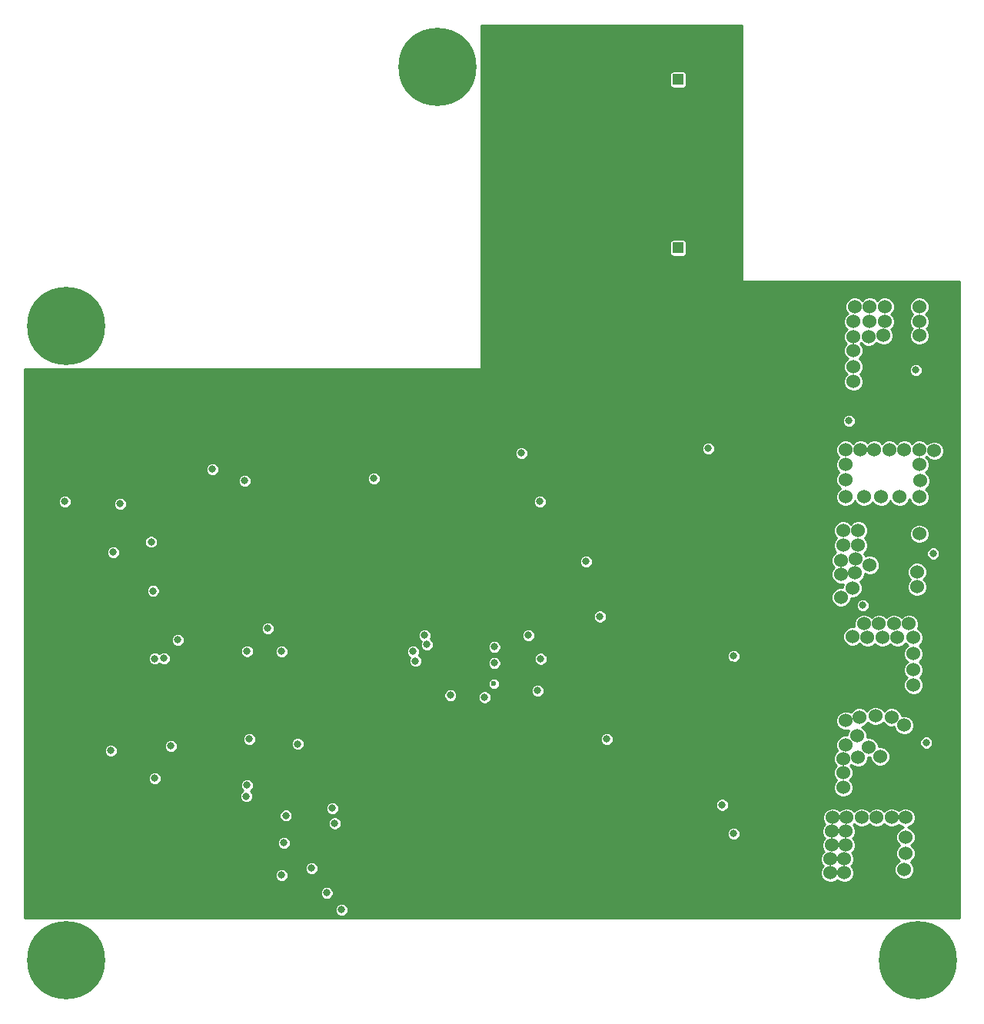
<source format=gbr>
G04 #@! TF.GenerationSoftware,KiCad,Pcbnew,5.0.2+dfsg1-1*
G04 #@! TF.CreationDate,2019-09-10T17:39:56-04:00*
G04 #@! TF.ProjectId,DSC_motor_controller,4453435f-6d6f-4746-9f72-5f636f6e7472,rev?*
G04 #@! TF.SameCoordinates,Original*
G04 #@! TF.FileFunction,Copper,L3,Inr*
G04 #@! TF.FilePolarity,Positive*
%FSLAX46Y46*%
G04 Gerber Fmt 4.6, Leading zero omitted, Abs format (unit mm)*
G04 Created by KiCad (PCBNEW 5.0.2+dfsg1-1) date Tue 10 Sep 2019 05:39:56 PM EDT*
%MOMM*%
%LPD*%
G01*
G04 APERTURE LIST*
G04 #@! TA.AperFunction,ViaPad*
%ADD10C,8.600000*%
G04 #@! TD*
G04 #@! TA.AperFunction,ViaPad*
%ADD11C,1.200000*%
G04 #@! TD*
G04 #@! TA.AperFunction,ViaPad*
%ADD12R,1.200000X1.200000*%
G04 #@! TD*
G04 #@! TA.AperFunction,ViaPad*
%ADD13C,0.800000*%
G04 #@! TD*
G04 #@! TA.AperFunction,ViaPad*
%ADD14C,1.524000*%
G04 #@! TD*
G04 #@! TA.AperFunction,ViaPad*
%ADD15C,0.600000*%
G04 #@! TD*
G04 #@! TA.AperFunction,Conductor*
%ADD16C,0.254000*%
G04 #@! TD*
G04 APERTURE END LIST*
D10*
G04 #@! TO.N,N/C*
G04 #@! TO.C,REF\002A\002A*
X62865000Y-131572000D03*
G04 #@! TD*
G04 #@! TO.N,N/C*
G04 #@! TO.C,REF\002A\002A*
X103759000Y-102997000D03*
G04 #@! TD*
G04 #@! TO.N,N/C*
G04 #@! TO.C,REF\002A\002A*
X156718000Y-201422000D03*
G04 #@! TD*
G04 #@! TO.N,N/C*
G04 #@! TO.C,REF\002A\002A*
X62865000Y-201422000D03*
G04 #@! TD*
D11*
G04 #@! TO.N,GND*
G04 #@! TO.C,C17*
X130302000Y-109394000D03*
D12*
G04 #@! TO.N,SUPPLY*
X130302000Y-104394000D03*
G04 #@! TD*
D11*
G04 #@! TO.N,GND*
G04 #@! TO.C,C18*
X130302000Y-117936000D03*
D12*
G04 #@! TO.N,SUPPLY*
X130302000Y-122936000D03*
G04 #@! TD*
D13*
G04 #@! TO.N,GND*
X86106000Y-166370000D03*
X72335779Y-159706769D03*
X67310000Y-153162000D03*
X75184000Y-181864000D03*
X67818000Y-177307997D03*
X98044000Y-177292000D03*
X106426000Y-170688000D03*
X106680000Y-169672000D03*
X108458000Y-170688000D03*
X134620000Y-177292000D03*
X86868000Y-148844000D03*
X130556000Y-157226000D03*
X132588000Y-162814000D03*
X135128000Y-148495009D03*
X102616000Y-157480000D03*
X107652327Y-170561000D03*
X118618000Y-162877500D03*
X110998000Y-154141000D03*
X109441429Y-151144431D03*
X102108000Y-145796000D03*
X104648000Y-146304000D03*
X104902000Y-152146000D03*
X96774000Y-164846000D03*
X136324918Y-168910000D03*
X132588000Y-138176000D03*
X132588000Y-133858000D03*
X87884000Y-184658000D03*
X88138000Y-187706000D03*
X87630000Y-190500000D03*
X80010000Y-178054000D03*
X74930000Y-176530000D03*
X87884000Y-186182000D03*
X82016600Y-186653000D03*
X134806815Y-188687185D03*
X131826000Y-171196000D03*
X82217069Y-189447010D03*
X80014653Y-185161347D03*
X73406000Y-186436004D03*
X61468000Y-184658000D03*
X113538000Y-158496016D03*
X96520000Y-187706000D03*
G04 #@! TO.N,+5V*
X113030000Y-145542000D03*
G04 #@! TO.N,/CAN/CAN_LO*
X82550000Y-148590000D03*
G04 #@! TO.N,/CAN/CAN_HI*
X78994000Y-147320000D03*
G04 #@! TO.N,+3V3*
X72644000Y-181356000D03*
X72457565Y-160699328D03*
X62738000Y-150876000D03*
X67818000Y-178308000D03*
X102362000Y-165608000D03*
X115062000Y-150876000D03*
X88387347Y-177550653D03*
X133604000Y-145034000D03*
X85090000Y-164846000D03*
X136398000Y-167894000D03*
X74422002Y-177800020D03*
X136398000Y-187451990D03*
X82731590Y-183324910D03*
G04 #@! TO.N,Net-(C21-Pad2)*
X101346000Y-168427000D03*
G04 #@! TO.N,Net-(C21-Pad1)*
X101092000Y-167386000D03*
G04 #@! TO.N,Net-(C23-Pad1)*
X105201829Y-172212000D03*
D14*
G04 #@! TO.N,/Motor_Driver/SH_C*
X148717000Y-175006000D03*
X153797000Y-174625000D03*
X150114000Y-179070000D03*
X152019000Y-174498000D03*
X150241000Y-174625000D03*
X155194000Y-175514000D03*
X149987000Y-176657000D03*
X151257000Y-177927000D03*
X148463000Y-182372000D03*
X148463000Y-179197000D03*
X148463000Y-180721000D03*
X148717000Y-177673000D03*
D13*
X114808000Y-171704000D03*
D14*
X152527000Y-178943000D03*
G04 #@! TO.N,/Motor_Driver/SH_B*
X148463000Y-155702000D03*
X156591000Y-158623000D03*
X149860000Y-157226000D03*
X148209000Y-158877000D03*
X156591000Y-160274000D03*
X151384000Y-157861000D03*
X156845000Y-154432000D03*
X148463000Y-154051000D03*
X148209000Y-157353000D03*
X150114000Y-155702000D03*
X149733000Y-158750000D03*
X150114000Y-154051000D03*
D13*
X115147569Y-168185000D03*
D14*
X148209000Y-161417000D03*
X149479000Y-160401000D03*
G04 #@! TO.N,/Motor_Driver/SH_A*
X149606000Y-134239000D03*
D13*
X120142000Y-157480000D03*
D14*
X149733000Y-129413000D03*
X151384000Y-129413000D03*
X153035000Y-129413000D03*
X156845000Y-129413000D03*
X149606000Y-131064000D03*
X151384000Y-131064000D03*
X153035000Y-131064000D03*
X156845000Y-131064000D03*
X149606000Y-132715000D03*
X151257000Y-132715000D03*
X152908000Y-132588000D03*
X156845000Y-132588000D03*
X149606000Y-136017000D03*
X149606000Y-137668000D03*
D13*
G04 #@! TO.N,Net-(C36-Pad1)*
X86614000Y-167386000D03*
G04 #@! TO.N,/CAN/CAN_TX*
X72647346Y-168160651D03*
G04 #@! TO.N,/CAN/CAN_RX*
X73660000Y-168148000D03*
G04 #@! TO.N,/Power/C_A*
X86614000Y-192024000D03*
G04 #@! TO.N,/Power/C_B*
X86868000Y-188468000D03*
G04 #@! TO.N,/Power/C_C*
X87083900Y-185453020D03*
G04 #@! TO.N,/Motor_Driver/GL_C*
X108966000Y-172427000D03*
D15*
G04 #@! TO.N,/Motor_Driver/GH_C*
X109982000Y-170942000D03*
D13*
X122428000Y-177038000D03*
G04 #@! TO.N,/Motor_Driver/GL_B*
X121666000Y-163534999D03*
G04 #@! TO.N,/Motor_Driver/GH_B*
X110057329Y-168656000D03*
X150622000Y-162306000D03*
G04 #@! TO.N,/Motor_Driver/GL_A*
X110057329Y-166878000D03*
G04 #@! TO.N,/Motor_Driver/GH_A*
X113792000Y-165608000D03*
X149098000Y-141986000D03*
G04 #@! TO.N,/Motor_controller/NRST*
X75184000Y-166116000D03*
X72247652Y-155305652D03*
G04 #@! TO.N,/Motor_Driver/Batt_voltage*
X92202000Y-184658000D03*
X135128002Y-184277000D03*
G04 #@! TO.N,/Motor_Driver/Volt_A*
X156464000Y-136398000D03*
X93218000Y-195834000D03*
X92456000Y-186309000D03*
X82805847Y-182116153D03*
G04 #@! TO.N,/Motor_Driver/Volt_B*
X91597458Y-193968777D03*
X158369000Y-156591000D03*
G04 #@! TO.N,/Motor_Driver/Volt_C*
X89916000Y-191262000D03*
X83058000Y-177038000D03*
X157606992Y-177419000D03*
G04 #@! TO.N,/Motor_controller/SDA*
X82804000Y-167360000D03*
X96774000Y-148336000D03*
G04 #@! TO.N,/Motor_controller/SWDIO*
X68834000Y-151130000D03*
X68072000Y-156464000D03*
D14*
G04 #@! TO.N,Net-(P1-Pad1)*
X154686000Y-150368000D03*
X150749000Y-150368000D03*
X152654000Y-150368000D03*
X156845000Y-150368000D03*
X148717000Y-148463000D03*
X158496000Y-145288000D03*
X156972000Y-148590000D03*
X150368000Y-145161000D03*
X155194000Y-145161000D03*
X156845000Y-145161000D03*
X153543000Y-145161000D03*
X151892000Y-145161000D03*
X156845000Y-146812000D03*
X148717000Y-146812000D03*
X148717000Y-150368000D03*
X148717000Y-145161000D03*
G04 #@! TO.N,Net-(P2-Pad1)*
X156210000Y-167640000D03*
X150749000Y-164338000D03*
X152400000Y-164338000D03*
X154051000Y-164338000D03*
X155702000Y-164338000D03*
X149479000Y-165735000D03*
X151130000Y-165862000D03*
X152781000Y-165862000D03*
X154432000Y-165862000D03*
X156210000Y-165862000D03*
X156210000Y-169418000D03*
X156210000Y-171069000D03*
G04 #@! TO.N,Net-(P3-Pad1)*
X150495000Y-185674000D03*
X147066000Y-191770000D03*
X148717000Y-188722000D03*
X148844000Y-185674000D03*
X155321000Y-189611000D03*
X147193000Y-188722000D03*
X155321000Y-185674000D03*
X153797000Y-185674000D03*
X148590000Y-190246000D03*
X147066000Y-190246000D03*
X147193000Y-187198000D03*
X148717000Y-187198000D03*
X155194000Y-191389000D03*
X155321000Y-187833000D03*
X148590000Y-191770000D03*
X152146000Y-185674000D03*
X147320000Y-185674000D03*
D13*
G04 #@! TO.N,Net-(C24-Pad1)*
X102616000Y-166624000D03*
G04 #@! TD*
D16*
G04 #@! TO.N,GND*
G36*
X137272001Y-126478014D02*
X137269219Y-126492000D01*
X137280240Y-126547405D01*
X137311624Y-126594376D01*
X137358595Y-126625760D01*
X137400019Y-126634000D01*
X137400020Y-126634000D01*
X137414000Y-126636781D01*
X137427981Y-126634000D01*
X161275000Y-126634000D01*
X161275001Y-196723000D01*
X152084522Y-196723000D01*
X152074405Y-196716240D01*
X152032981Y-196708000D01*
X152032980Y-196708000D01*
X152019000Y-196705219D01*
X152005019Y-196708000D01*
X67577981Y-196708000D01*
X67564000Y-196705219D01*
X67550020Y-196708000D01*
X67550019Y-196708000D01*
X67508595Y-196716240D01*
X67498478Y-196723000D01*
X58308000Y-196723000D01*
X58308000Y-195689391D01*
X92491000Y-195689391D01*
X92491000Y-195978609D01*
X92601679Y-196245813D01*
X92806187Y-196450321D01*
X93073391Y-196561000D01*
X93362609Y-196561000D01*
X93629813Y-196450321D01*
X93834321Y-196245813D01*
X93945000Y-195978609D01*
X93945000Y-195689391D01*
X93834321Y-195422187D01*
X93629813Y-195217679D01*
X93362609Y-195107000D01*
X93073391Y-195107000D01*
X92806187Y-195217679D01*
X92601679Y-195422187D01*
X92491000Y-195689391D01*
X58308000Y-195689391D01*
X58308000Y-193824168D01*
X90870458Y-193824168D01*
X90870458Y-194113386D01*
X90981137Y-194380590D01*
X91185645Y-194585098D01*
X91452849Y-194695777D01*
X91742067Y-194695777D01*
X92009271Y-194585098D01*
X92213779Y-194380590D01*
X92324458Y-194113386D01*
X92324458Y-193824168D01*
X92213779Y-193556964D01*
X92009271Y-193352456D01*
X91742067Y-193241777D01*
X91452849Y-193241777D01*
X91185645Y-193352456D01*
X90981137Y-193556964D01*
X90870458Y-193824168D01*
X58308000Y-193824168D01*
X58308000Y-191879391D01*
X85887000Y-191879391D01*
X85887000Y-192168609D01*
X85997679Y-192435813D01*
X86202187Y-192640321D01*
X86469391Y-192751000D01*
X86758609Y-192751000D01*
X87025813Y-192640321D01*
X87230321Y-192435813D01*
X87341000Y-192168609D01*
X87341000Y-191879391D01*
X87230321Y-191612187D01*
X87025813Y-191407679D01*
X86758609Y-191297000D01*
X86469391Y-191297000D01*
X86202187Y-191407679D01*
X85997679Y-191612187D01*
X85887000Y-191879391D01*
X58308000Y-191879391D01*
X58308000Y-191117391D01*
X89189000Y-191117391D01*
X89189000Y-191406609D01*
X89299679Y-191673813D01*
X89504187Y-191878321D01*
X89771391Y-191989000D01*
X90060609Y-191989000D01*
X90327813Y-191878321D01*
X90532321Y-191673813D01*
X90643000Y-191406609D01*
X90643000Y-191117391D01*
X90532321Y-190850187D01*
X90327813Y-190645679D01*
X90060609Y-190535000D01*
X89771391Y-190535000D01*
X89504187Y-190645679D01*
X89299679Y-190850187D01*
X89189000Y-191117391D01*
X58308000Y-191117391D01*
X58308000Y-190029384D01*
X145977000Y-190029384D01*
X145977000Y-190462616D01*
X146142790Y-190862869D01*
X146287921Y-191008000D01*
X146142790Y-191153131D01*
X145977000Y-191553384D01*
X145977000Y-191986616D01*
X146142790Y-192386869D01*
X146449131Y-192693210D01*
X146849384Y-192859000D01*
X147282616Y-192859000D01*
X147682869Y-192693210D01*
X147828000Y-192548079D01*
X147973131Y-192693210D01*
X148373384Y-192859000D01*
X148806616Y-192859000D01*
X149206869Y-192693210D01*
X149513210Y-192386869D01*
X149679000Y-191986616D01*
X149679000Y-191553384D01*
X149513210Y-191153131D01*
X149368079Y-191008000D01*
X149513210Y-190862869D01*
X149679000Y-190462616D01*
X149679000Y-190029384D01*
X149513210Y-189629131D01*
X149431579Y-189547500D01*
X149640210Y-189338869D01*
X149806000Y-188938616D01*
X149806000Y-188505384D01*
X149640210Y-188105131D01*
X149495079Y-187960000D01*
X149640210Y-187814869D01*
X149806000Y-187414616D01*
X149806000Y-186981384D01*
X149640210Y-186581131D01*
X149558579Y-186499500D01*
X149669500Y-186388579D01*
X149878131Y-186597210D01*
X150278384Y-186763000D01*
X150711616Y-186763000D01*
X151111869Y-186597210D01*
X151320500Y-186388579D01*
X151529131Y-186597210D01*
X151929384Y-186763000D01*
X152362616Y-186763000D01*
X152762869Y-186597210D01*
X152971500Y-186388579D01*
X153180131Y-186597210D01*
X153580384Y-186763000D01*
X154013616Y-186763000D01*
X154413869Y-186597210D01*
X154559000Y-186452079D01*
X154704131Y-186597210D01*
X155081449Y-186753500D01*
X154704131Y-186909790D01*
X154397790Y-187216131D01*
X154232000Y-187616384D01*
X154232000Y-188049616D01*
X154397790Y-188449869D01*
X154669921Y-188722000D01*
X154397790Y-188994131D01*
X154232000Y-189394384D01*
X154232000Y-189827616D01*
X154397790Y-190227869D01*
X154618553Y-190448632D01*
X154577131Y-190465790D01*
X154270790Y-190772131D01*
X154105000Y-191172384D01*
X154105000Y-191605616D01*
X154270790Y-192005869D01*
X154577131Y-192312210D01*
X154977384Y-192478000D01*
X155410616Y-192478000D01*
X155810869Y-192312210D01*
X156117210Y-192005869D01*
X156283000Y-191605616D01*
X156283000Y-191172384D01*
X156117210Y-190772131D01*
X155896447Y-190551368D01*
X155937869Y-190534210D01*
X156244210Y-190227869D01*
X156410000Y-189827616D01*
X156410000Y-189394384D01*
X156244210Y-188994131D01*
X155972079Y-188722000D01*
X156244210Y-188449869D01*
X156410000Y-188049616D01*
X156410000Y-187616384D01*
X156244210Y-187216131D01*
X155937869Y-186909790D01*
X155560551Y-186753500D01*
X155937869Y-186597210D01*
X156244210Y-186290869D01*
X156410000Y-185890616D01*
X156410000Y-185457384D01*
X156244210Y-185057131D01*
X155937869Y-184750790D01*
X155537616Y-184585000D01*
X155104384Y-184585000D01*
X154704131Y-184750790D01*
X154559000Y-184895921D01*
X154413869Y-184750790D01*
X154013616Y-184585000D01*
X153580384Y-184585000D01*
X153180131Y-184750790D01*
X152971500Y-184959421D01*
X152762869Y-184750790D01*
X152362616Y-184585000D01*
X151929384Y-184585000D01*
X151529131Y-184750790D01*
X151320500Y-184959421D01*
X151111869Y-184750790D01*
X150711616Y-184585000D01*
X150278384Y-184585000D01*
X149878131Y-184750790D01*
X149669500Y-184959421D01*
X149460869Y-184750790D01*
X149060616Y-184585000D01*
X148627384Y-184585000D01*
X148227131Y-184750790D01*
X148082000Y-184895921D01*
X147936869Y-184750790D01*
X147536616Y-184585000D01*
X147103384Y-184585000D01*
X146703131Y-184750790D01*
X146396790Y-185057131D01*
X146231000Y-185457384D01*
X146231000Y-185890616D01*
X146396790Y-186290869D01*
X146478421Y-186372500D01*
X146269790Y-186581131D01*
X146104000Y-186981384D01*
X146104000Y-187414616D01*
X146269790Y-187814869D01*
X146414921Y-187960000D01*
X146269790Y-188105131D01*
X146104000Y-188505384D01*
X146104000Y-188938616D01*
X146269790Y-189338869D01*
X146351421Y-189420500D01*
X146142790Y-189629131D01*
X145977000Y-190029384D01*
X58308000Y-190029384D01*
X58308000Y-188323391D01*
X86141000Y-188323391D01*
X86141000Y-188612609D01*
X86251679Y-188879813D01*
X86456187Y-189084321D01*
X86723391Y-189195000D01*
X87012609Y-189195000D01*
X87279813Y-189084321D01*
X87484321Y-188879813D01*
X87595000Y-188612609D01*
X87595000Y-188323391D01*
X87484321Y-188056187D01*
X87279813Y-187851679D01*
X87012609Y-187741000D01*
X86723391Y-187741000D01*
X86456187Y-187851679D01*
X86251679Y-188056187D01*
X86141000Y-188323391D01*
X58308000Y-188323391D01*
X58308000Y-187307381D01*
X135671000Y-187307381D01*
X135671000Y-187596599D01*
X135781679Y-187863803D01*
X135986187Y-188068311D01*
X136253391Y-188178990D01*
X136542609Y-188178990D01*
X136809813Y-188068311D01*
X137014321Y-187863803D01*
X137125000Y-187596599D01*
X137125000Y-187307381D01*
X137014321Y-187040177D01*
X136809813Y-186835669D01*
X136542609Y-186724990D01*
X136253391Y-186724990D01*
X135986187Y-186835669D01*
X135781679Y-187040177D01*
X135671000Y-187307381D01*
X58308000Y-187307381D01*
X58308000Y-185308411D01*
X86356900Y-185308411D01*
X86356900Y-185597629D01*
X86467579Y-185864833D01*
X86672087Y-186069341D01*
X86939291Y-186180020D01*
X87228509Y-186180020D01*
X87266240Y-186164391D01*
X91729000Y-186164391D01*
X91729000Y-186453609D01*
X91839679Y-186720813D01*
X92044187Y-186925321D01*
X92311391Y-187036000D01*
X92600609Y-187036000D01*
X92867813Y-186925321D01*
X93072321Y-186720813D01*
X93183000Y-186453609D01*
X93183000Y-186164391D01*
X93072321Y-185897187D01*
X92867813Y-185692679D01*
X92600609Y-185582000D01*
X92311391Y-185582000D01*
X92044187Y-185692679D01*
X91839679Y-185897187D01*
X91729000Y-186164391D01*
X87266240Y-186164391D01*
X87495713Y-186069341D01*
X87700221Y-185864833D01*
X87810900Y-185597629D01*
X87810900Y-185308411D01*
X87700221Y-185041207D01*
X87495713Y-184836699D01*
X87228509Y-184726020D01*
X86939291Y-184726020D01*
X86672087Y-184836699D01*
X86467579Y-185041207D01*
X86356900Y-185308411D01*
X58308000Y-185308411D01*
X58308000Y-184513391D01*
X91475000Y-184513391D01*
X91475000Y-184802609D01*
X91585679Y-185069813D01*
X91790187Y-185274321D01*
X92057391Y-185385000D01*
X92346609Y-185385000D01*
X92613813Y-185274321D01*
X92818321Y-185069813D01*
X92929000Y-184802609D01*
X92929000Y-184513391D01*
X92818321Y-184246187D01*
X92704525Y-184132391D01*
X134401002Y-184132391D01*
X134401002Y-184421609D01*
X134511681Y-184688813D01*
X134716189Y-184893321D01*
X134983393Y-185004000D01*
X135272611Y-185004000D01*
X135539815Y-184893321D01*
X135744323Y-184688813D01*
X135855002Y-184421609D01*
X135855002Y-184132391D01*
X135744323Y-183865187D01*
X135539815Y-183660679D01*
X135272611Y-183550000D01*
X134983393Y-183550000D01*
X134716189Y-183660679D01*
X134511681Y-183865187D01*
X134401002Y-184132391D01*
X92704525Y-184132391D01*
X92613813Y-184041679D01*
X92346609Y-183931000D01*
X92057391Y-183931000D01*
X91790187Y-184041679D01*
X91585679Y-184246187D01*
X91475000Y-184513391D01*
X58308000Y-184513391D01*
X58308000Y-183180301D01*
X82004590Y-183180301D01*
X82004590Y-183469519D01*
X82115269Y-183736723D01*
X82319777Y-183941231D01*
X82586981Y-184051910D01*
X82876199Y-184051910D01*
X83143403Y-183941231D01*
X83347911Y-183736723D01*
X83458590Y-183469519D01*
X83458590Y-183180301D01*
X83347911Y-182913097D01*
X83182042Y-182747228D01*
X83217660Y-182732474D01*
X83422168Y-182527966D01*
X83532847Y-182260762D01*
X83532847Y-181971544D01*
X83422168Y-181704340D01*
X83217660Y-181499832D01*
X82950456Y-181389153D01*
X82661238Y-181389153D01*
X82394034Y-181499832D01*
X82189526Y-181704340D01*
X82078847Y-181971544D01*
X82078847Y-182260762D01*
X82189526Y-182527966D01*
X82355395Y-182693835D01*
X82319777Y-182708589D01*
X82115269Y-182913097D01*
X82004590Y-183180301D01*
X58308000Y-183180301D01*
X58308000Y-181211391D01*
X71917000Y-181211391D01*
X71917000Y-181500609D01*
X72027679Y-181767813D01*
X72232187Y-181972321D01*
X72499391Y-182083000D01*
X72788609Y-182083000D01*
X73055813Y-181972321D01*
X73260321Y-181767813D01*
X73371000Y-181500609D01*
X73371000Y-181211391D01*
X73260321Y-180944187D01*
X73055813Y-180739679D01*
X72788609Y-180629000D01*
X72499391Y-180629000D01*
X72232187Y-180739679D01*
X72027679Y-180944187D01*
X71917000Y-181211391D01*
X58308000Y-181211391D01*
X58308000Y-178163391D01*
X67091000Y-178163391D01*
X67091000Y-178452609D01*
X67201679Y-178719813D01*
X67406187Y-178924321D01*
X67673391Y-179035000D01*
X67962609Y-179035000D01*
X68094464Y-178980384D01*
X147374000Y-178980384D01*
X147374000Y-179413616D01*
X147539790Y-179813869D01*
X147684921Y-179959000D01*
X147539790Y-180104131D01*
X147374000Y-180504384D01*
X147374000Y-180937616D01*
X147539790Y-181337869D01*
X147748421Y-181546500D01*
X147539790Y-181755131D01*
X147374000Y-182155384D01*
X147374000Y-182588616D01*
X147539790Y-182988869D01*
X147846131Y-183295210D01*
X148246384Y-183461000D01*
X148679616Y-183461000D01*
X149079869Y-183295210D01*
X149386210Y-182988869D01*
X149552000Y-182588616D01*
X149552000Y-182155384D01*
X149386210Y-181755131D01*
X149177579Y-181546500D01*
X149386210Y-181337869D01*
X149552000Y-180937616D01*
X149552000Y-180504384D01*
X149386210Y-180104131D01*
X149241079Y-179959000D01*
X149352000Y-179848079D01*
X149497131Y-179993210D01*
X149897384Y-180159000D01*
X150330616Y-180159000D01*
X150730869Y-179993210D01*
X151037210Y-179686869D01*
X151203000Y-179286616D01*
X151203000Y-179016000D01*
X151438000Y-179016000D01*
X151438000Y-179159616D01*
X151603790Y-179559869D01*
X151910131Y-179866210D01*
X152310384Y-180032000D01*
X152743616Y-180032000D01*
X153143869Y-179866210D01*
X153450210Y-179559869D01*
X153616000Y-179159616D01*
X153616000Y-178726384D01*
X153450210Y-178326131D01*
X153143869Y-178019790D01*
X152743616Y-177854000D01*
X152346000Y-177854000D01*
X152346000Y-177710384D01*
X152180210Y-177310131D01*
X152144470Y-177274391D01*
X156879992Y-177274391D01*
X156879992Y-177563609D01*
X156990671Y-177830813D01*
X157195179Y-178035321D01*
X157462383Y-178146000D01*
X157751601Y-178146000D01*
X158018805Y-178035321D01*
X158223313Y-177830813D01*
X158333992Y-177563609D01*
X158333992Y-177274391D01*
X158223313Y-177007187D01*
X158018805Y-176802679D01*
X157751601Y-176692000D01*
X157462383Y-176692000D01*
X157195179Y-176802679D01*
X156990671Y-177007187D01*
X156879992Y-177274391D01*
X152144470Y-177274391D01*
X151873869Y-177003790D01*
X151473616Y-176838000D01*
X151076000Y-176838000D01*
X151076000Y-176440384D01*
X150910210Y-176040131D01*
X150603869Y-175733790D01*
X150506854Y-175693605D01*
X150857869Y-175548210D01*
X151164210Y-175241869D01*
X151181368Y-175200447D01*
X151402131Y-175421210D01*
X151802384Y-175587000D01*
X152235616Y-175587000D01*
X152635869Y-175421210D01*
X152856632Y-175200447D01*
X152873790Y-175241869D01*
X153180131Y-175548210D01*
X153580384Y-175714000D01*
X154013616Y-175714000D01*
X154105000Y-175676148D01*
X154105000Y-175730616D01*
X154270790Y-176130869D01*
X154577131Y-176437210D01*
X154977384Y-176603000D01*
X155410616Y-176603000D01*
X155810869Y-176437210D01*
X156117210Y-176130869D01*
X156283000Y-175730616D01*
X156283000Y-175297384D01*
X156117210Y-174897131D01*
X155810869Y-174590790D01*
X155410616Y-174425000D01*
X154977384Y-174425000D01*
X154886000Y-174462852D01*
X154886000Y-174408384D01*
X154720210Y-174008131D01*
X154413869Y-173701790D01*
X154013616Y-173536000D01*
X153580384Y-173536000D01*
X153180131Y-173701790D01*
X152959368Y-173922553D01*
X152942210Y-173881131D01*
X152635869Y-173574790D01*
X152235616Y-173409000D01*
X151802384Y-173409000D01*
X151402131Y-173574790D01*
X151095790Y-173881131D01*
X151078632Y-173922553D01*
X150857869Y-173701790D01*
X150457616Y-173536000D01*
X150024384Y-173536000D01*
X149624131Y-173701790D01*
X149317790Y-174008131D01*
X149293749Y-174066172D01*
X148933616Y-173917000D01*
X148500384Y-173917000D01*
X148100131Y-174082790D01*
X147793790Y-174389131D01*
X147628000Y-174789384D01*
X147628000Y-175222616D01*
X147793790Y-175622869D01*
X148100131Y-175929210D01*
X148500384Y-176095000D01*
X148933616Y-176095000D01*
X149063315Y-176041277D01*
X148898000Y-176440384D01*
X148898000Y-176584000D01*
X148500384Y-176584000D01*
X148100131Y-176749790D01*
X147793790Y-177056131D01*
X147628000Y-177456384D01*
X147628000Y-177889616D01*
X147793790Y-178289869D01*
X147811921Y-178308000D01*
X147539790Y-178580131D01*
X147374000Y-178980384D01*
X68094464Y-178980384D01*
X68229813Y-178924321D01*
X68434321Y-178719813D01*
X68545000Y-178452609D01*
X68545000Y-178163391D01*
X68434321Y-177896187D01*
X68229813Y-177691679D01*
X68142254Y-177655411D01*
X73695002Y-177655411D01*
X73695002Y-177944629D01*
X73805681Y-178211833D01*
X74010189Y-178416341D01*
X74277393Y-178527020D01*
X74566611Y-178527020D01*
X74833815Y-178416341D01*
X75038323Y-178211833D01*
X75149002Y-177944629D01*
X75149002Y-177655411D01*
X75038323Y-177388207D01*
X74833815Y-177183699D01*
X74566611Y-177073020D01*
X74277393Y-177073020D01*
X74010189Y-177183699D01*
X73805681Y-177388207D01*
X73695002Y-177655411D01*
X68142254Y-177655411D01*
X67962609Y-177581000D01*
X67673391Y-177581000D01*
X67406187Y-177691679D01*
X67201679Y-177896187D01*
X67091000Y-178163391D01*
X58308000Y-178163391D01*
X58308000Y-176893391D01*
X82331000Y-176893391D01*
X82331000Y-177182609D01*
X82441679Y-177449813D01*
X82646187Y-177654321D01*
X82913391Y-177765000D01*
X83202609Y-177765000D01*
X83469813Y-177654321D01*
X83674321Y-177449813D01*
X83692450Y-177406044D01*
X87660347Y-177406044D01*
X87660347Y-177695262D01*
X87771026Y-177962466D01*
X87975534Y-178166974D01*
X88242738Y-178277653D01*
X88531956Y-178277653D01*
X88799160Y-178166974D01*
X89003668Y-177962466D01*
X89114347Y-177695262D01*
X89114347Y-177406044D01*
X89003668Y-177138840D01*
X88799160Y-176934332D01*
X88700320Y-176893391D01*
X121701000Y-176893391D01*
X121701000Y-177182609D01*
X121811679Y-177449813D01*
X122016187Y-177654321D01*
X122283391Y-177765000D01*
X122572609Y-177765000D01*
X122839813Y-177654321D01*
X123044321Y-177449813D01*
X123155000Y-177182609D01*
X123155000Y-176893391D01*
X123044321Y-176626187D01*
X122839813Y-176421679D01*
X122572609Y-176311000D01*
X122283391Y-176311000D01*
X122016187Y-176421679D01*
X121811679Y-176626187D01*
X121701000Y-176893391D01*
X88700320Y-176893391D01*
X88531956Y-176823653D01*
X88242738Y-176823653D01*
X87975534Y-176934332D01*
X87771026Y-177138840D01*
X87660347Y-177406044D01*
X83692450Y-177406044D01*
X83785000Y-177182609D01*
X83785000Y-176893391D01*
X83674321Y-176626187D01*
X83469813Y-176421679D01*
X83202609Y-176311000D01*
X82913391Y-176311000D01*
X82646187Y-176421679D01*
X82441679Y-176626187D01*
X82331000Y-176893391D01*
X58308000Y-176893391D01*
X58308000Y-172067391D01*
X104474829Y-172067391D01*
X104474829Y-172356609D01*
X104585508Y-172623813D01*
X104790016Y-172828321D01*
X105057220Y-172939000D01*
X105346438Y-172939000D01*
X105613642Y-172828321D01*
X105818150Y-172623813D01*
X105928829Y-172356609D01*
X105928829Y-172282391D01*
X108239000Y-172282391D01*
X108239000Y-172571609D01*
X108349679Y-172838813D01*
X108554187Y-173043321D01*
X108821391Y-173154000D01*
X109110609Y-173154000D01*
X109377813Y-173043321D01*
X109582321Y-172838813D01*
X109693000Y-172571609D01*
X109693000Y-172282391D01*
X109582321Y-172015187D01*
X109377813Y-171810679D01*
X109110609Y-171700000D01*
X108821391Y-171700000D01*
X108554187Y-171810679D01*
X108349679Y-172015187D01*
X108239000Y-172282391D01*
X105928829Y-172282391D01*
X105928829Y-172067391D01*
X105818150Y-171800187D01*
X105613642Y-171595679D01*
X105346438Y-171485000D01*
X105057220Y-171485000D01*
X104790016Y-171595679D01*
X104585508Y-171800187D01*
X104474829Y-172067391D01*
X58308000Y-172067391D01*
X58308000Y-170817282D01*
X109355000Y-170817282D01*
X109355000Y-171066718D01*
X109450455Y-171297167D01*
X109626833Y-171473545D01*
X109857282Y-171569000D01*
X110106718Y-171569000D01*
X110129916Y-171559391D01*
X114081000Y-171559391D01*
X114081000Y-171848609D01*
X114191679Y-172115813D01*
X114396187Y-172320321D01*
X114663391Y-172431000D01*
X114952609Y-172431000D01*
X115219813Y-172320321D01*
X115424321Y-172115813D01*
X115535000Y-171848609D01*
X115535000Y-171559391D01*
X115424321Y-171292187D01*
X115219813Y-171087679D01*
X114952609Y-170977000D01*
X114663391Y-170977000D01*
X114396187Y-171087679D01*
X114191679Y-171292187D01*
X114081000Y-171559391D01*
X110129916Y-171559391D01*
X110337167Y-171473545D01*
X110513545Y-171297167D01*
X110609000Y-171066718D01*
X110609000Y-170817282D01*
X110513545Y-170586833D01*
X110337167Y-170410455D01*
X110106718Y-170315000D01*
X109857282Y-170315000D01*
X109626833Y-170410455D01*
X109450455Y-170586833D01*
X109355000Y-170817282D01*
X58308000Y-170817282D01*
X58308000Y-168016042D01*
X71920346Y-168016042D01*
X71920346Y-168305260D01*
X72031025Y-168572464D01*
X72235533Y-168776972D01*
X72502737Y-168887651D01*
X72791955Y-168887651D01*
X73059159Y-168776972D01*
X73159999Y-168676133D01*
X73248187Y-168764321D01*
X73515391Y-168875000D01*
X73804609Y-168875000D01*
X74071813Y-168764321D01*
X74276321Y-168559813D01*
X74387000Y-168292609D01*
X74387000Y-168003391D01*
X74276321Y-167736187D01*
X74071813Y-167531679D01*
X73804609Y-167421000D01*
X73515391Y-167421000D01*
X73248187Y-167531679D01*
X73147348Y-167632519D01*
X73059159Y-167544330D01*
X72791955Y-167433651D01*
X72502737Y-167433651D01*
X72235533Y-167544330D01*
X72031025Y-167748838D01*
X71920346Y-168016042D01*
X58308000Y-168016042D01*
X58308000Y-167215391D01*
X82077000Y-167215391D01*
X82077000Y-167504609D01*
X82187679Y-167771813D01*
X82392187Y-167976321D01*
X82659391Y-168087000D01*
X82948609Y-168087000D01*
X83215813Y-167976321D01*
X83420321Y-167771813D01*
X83531000Y-167504609D01*
X83531000Y-167241391D01*
X85887000Y-167241391D01*
X85887000Y-167530609D01*
X85997679Y-167797813D01*
X86202187Y-168002321D01*
X86469391Y-168113000D01*
X86758609Y-168113000D01*
X87025813Y-168002321D01*
X87230321Y-167797813D01*
X87341000Y-167530609D01*
X87341000Y-167241391D01*
X100365000Y-167241391D01*
X100365000Y-167530609D01*
X100475679Y-167797813D01*
X100680187Y-168002321D01*
X100726980Y-168021703D01*
X100619000Y-168282391D01*
X100619000Y-168571609D01*
X100729679Y-168838813D01*
X100934187Y-169043321D01*
X101201391Y-169154000D01*
X101490609Y-169154000D01*
X101757813Y-169043321D01*
X101962321Y-168838813D01*
X102073000Y-168571609D01*
X102073000Y-168511391D01*
X109330329Y-168511391D01*
X109330329Y-168800609D01*
X109441008Y-169067813D01*
X109645516Y-169272321D01*
X109912720Y-169383000D01*
X110201938Y-169383000D01*
X110469142Y-169272321D01*
X110673650Y-169067813D01*
X110784329Y-168800609D01*
X110784329Y-168511391D01*
X110673650Y-168244187D01*
X110469854Y-168040391D01*
X114420569Y-168040391D01*
X114420569Y-168329609D01*
X114531248Y-168596813D01*
X114735756Y-168801321D01*
X115002960Y-168912000D01*
X115292178Y-168912000D01*
X115559382Y-168801321D01*
X115763890Y-168596813D01*
X115874569Y-168329609D01*
X115874569Y-168040391D01*
X115763890Y-167773187D01*
X115740094Y-167749391D01*
X135671000Y-167749391D01*
X135671000Y-168038609D01*
X135781679Y-168305813D01*
X135986187Y-168510321D01*
X136253391Y-168621000D01*
X136542609Y-168621000D01*
X136809813Y-168510321D01*
X137014321Y-168305813D01*
X137125000Y-168038609D01*
X137125000Y-167749391D01*
X137014321Y-167482187D01*
X136809813Y-167277679D01*
X136542609Y-167167000D01*
X136253391Y-167167000D01*
X135986187Y-167277679D01*
X135781679Y-167482187D01*
X135671000Y-167749391D01*
X115740094Y-167749391D01*
X115559382Y-167568679D01*
X115292178Y-167458000D01*
X115002960Y-167458000D01*
X114735756Y-167568679D01*
X114531248Y-167773187D01*
X114420569Y-168040391D01*
X110469854Y-168040391D01*
X110469142Y-168039679D01*
X110201938Y-167929000D01*
X109912720Y-167929000D01*
X109645516Y-168039679D01*
X109441008Y-168244187D01*
X109330329Y-168511391D01*
X102073000Y-168511391D01*
X102073000Y-168282391D01*
X101962321Y-168015187D01*
X101757813Y-167810679D01*
X101711020Y-167791297D01*
X101819000Y-167530609D01*
X101819000Y-167241391D01*
X101708321Y-166974187D01*
X101503813Y-166769679D01*
X101236609Y-166659000D01*
X100947391Y-166659000D01*
X100680187Y-166769679D01*
X100475679Y-166974187D01*
X100365000Y-167241391D01*
X87341000Y-167241391D01*
X87230321Y-166974187D01*
X87025813Y-166769679D01*
X86758609Y-166659000D01*
X86469391Y-166659000D01*
X86202187Y-166769679D01*
X85997679Y-166974187D01*
X85887000Y-167241391D01*
X83531000Y-167241391D01*
X83531000Y-167215391D01*
X83420321Y-166948187D01*
X83215813Y-166743679D01*
X82948609Y-166633000D01*
X82659391Y-166633000D01*
X82392187Y-166743679D01*
X82187679Y-166948187D01*
X82077000Y-167215391D01*
X58308000Y-167215391D01*
X58308000Y-165971391D01*
X74457000Y-165971391D01*
X74457000Y-166260609D01*
X74567679Y-166527813D01*
X74772187Y-166732321D01*
X75039391Y-166843000D01*
X75328609Y-166843000D01*
X75595813Y-166732321D01*
X75800321Y-166527813D01*
X75911000Y-166260609D01*
X75911000Y-165971391D01*
X75800321Y-165704187D01*
X75595813Y-165499679D01*
X75328609Y-165389000D01*
X75039391Y-165389000D01*
X74772187Y-165499679D01*
X74567679Y-165704187D01*
X74457000Y-165971391D01*
X58308000Y-165971391D01*
X58308000Y-164701391D01*
X84363000Y-164701391D01*
X84363000Y-164990609D01*
X84473679Y-165257813D01*
X84678187Y-165462321D01*
X84945391Y-165573000D01*
X85234609Y-165573000D01*
X85499229Y-165463391D01*
X101635000Y-165463391D01*
X101635000Y-165752609D01*
X101745679Y-166019813D01*
X101950187Y-166224321D01*
X101988141Y-166240042D01*
X101889000Y-166479391D01*
X101889000Y-166768609D01*
X101999679Y-167035813D01*
X102204187Y-167240321D01*
X102471391Y-167351000D01*
X102760609Y-167351000D01*
X103027813Y-167240321D01*
X103232321Y-167035813D01*
X103343000Y-166768609D01*
X103343000Y-166733391D01*
X109330329Y-166733391D01*
X109330329Y-167022609D01*
X109441008Y-167289813D01*
X109645516Y-167494321D01*
X109912720Y-167605000D01*
X110201938Y-167605000D01*
X110469142Y-167494321D01*
X110673650Y-167289813D01*
X110784329Y-167022609D01*
X110784329Y-166733391D01*
X110673650Y-166466187D01*
X110469142Y-166261679D01*
X110201938Y-166151000D01*
X109912720Y-166151000D01*
X109645516Y-166261679D01*
X109441008Y-166466187D01*
X109330329Y-166733391D01*
X103343000Y-166733391D01*
X103343000Y-166479391D01*
X103232321Y-166212187D01*
X103027813Y-166007679D01*
X102989859Y-165991958D01*
X103089000Y-165752609D01*
X103089000Y-165463391D01*
X113065000Y-165463391D01*
X113065000Y-165752609D01*
X113175679Y-166019813D01*
X113380187Y-166224321D01*
X113647391Y-166335000D01*
X113936609Y-166335000D01*
X114203813Y-166224321D01*
X114408321Y-166019813D01*
X114519000Y-165752609D01*
X114519000Y-165518384D01*
X148390000Y-165518384D01*
X148390000Y-165951616D01*
X148555790Y-166351869D01*
X148862131Y-166658210D01*
X149262384Y-166824000D01*
X149695616Y-166824000D01*
X150095869Y-166658210D01*
X150241000Y-166513079D01*
X150513131Y-166785210D01*
X150913384Y-166951000D01*
X151346616Y-166951000D01*
X151746869Y-166785210D01*
X151955500Y-166576579D01*
X152164131Y-166785210D01*
X152564384Y-166951000D01*
X152997616Y-166951000D01*
X153397869Y-166785210D01*
X153606500Y-166576579D01*
X153815131Y-166785210D01*
X154215384Y-166951000D01*
X154648616Y-166951000D01*
X155048869Y-166785210D01*
X155321000Y-166513079D01*
X155558921Y-166751000D01*
X155286790Y-167023131D01*
X155121000Y-167423384D01*
X155121000Y-167856616D01*
X155286790Y-168256869D01*
X155558921Y-168529000D01*
X155286790Y-168801131D01*
X155121000Y-169201384D01*
X155121000Y-169634616D01*
X155286790Y-170034869D01*
X155495421Y-170243500D01*
X155286790Y-170452131D01*
X155121000Y-170852384D01*
X155121000Y-171285616D01*
X155286790Y-171685869D01*
X155593131Y-171992210D01*
X155993384Y-172158000D01*
X156426616Y-172158000D01*
X156826869Y-171992210D01*
X157133210Y-171685869D01*
X157299000Y-171285616D01*
X157299000Y-170852384D01*
X157133210Y-170452131D01*
X156924579Y-170243500D01*
X157133210Y-170034869D01*
X157299000Y-169634616D01*
X157299000Y-169201384D01*
X157133210Y-168801131D01*
X156861079Y-168529000D01*
X157133210Y-168256869D01*
X157299000Y-167856616D01*
X157299000Y-167423384D01*
X157133210Y-167023131D01*
X156861079Y-166751000D01*
X157133210Y-166478869D01*
X157299000Y-166078616D01*
X157299000Y-165645384D01*
X157133210Y-165245131D01*
X156826869Y-164938790D01*
X156660427Y-164869848D01*
X156791000Y-164554616D01*
X156791000Y-164121384D01*
X156625210Y-163721131D01*
X156318869Y-163414790D01*
X155918616Y-163249000D01*
X155485384Y-163249000D01*
X155085131Y-163414790D01*
X154876500Y-163623421D01*
X154667869Y-163414790D01*
X154267616Y-163249000D01*
X153834384Y-163249000D01*
X153434131Y-163414790D01*
X153225500Y-163623421D01*
X153016869Y-163414790D01*
X152616616Y-163249000D01*
X152183384Y-163249000D01*
X151783131Y-163414790D01*
X151574500Y-163623421D01*
X151365869Y-163414790D01*
X150965616Y-163249000D01*
X150532384Y-163249000D01*
X150132131Y-163414790D01*
X149825790Y-163721131D01*
X149660000Y-164121384D01*
X149660000Y-164554616D01*
X149698316Y-164647118D01*
X149695616Y-164646000D01*
X149262384Y-164646000D01*
X148862131Y-164811790D01*
X148555790Y-165118131D01*
X148390000Y-165518384D01*
X114519000Y-165518384D01*
X114519000Y-165463391D01*
X114408321Y-165196187D01*
X114203813Y-164991679D01*
X113936609Y-164881000D01*
X113647391Y-164881000D01*
X113380187Y-164991679D01*
X113175679Y-165196187D01*
X113065000Y-165463391D01*
X103089000Y-165463391D01*
X102978321Y-165196187D01*
X102773813Y-164991679D01*
X102506609Y-164881000D01*
X102217391Y-164881000D01*
X101950187Y-164991679D01*
X101745679Y-165196187D01*
X101635000Y-165463391D01*
X85499229Y-165463391D01*
X85501813Y-165462321D01*
X85706321Y-165257813D01*
X85817000Y-164990609D01*
X85817000Y-164701391D01*
X85706321Y-164434187D01*
X85501813Y-164229679D01*
X85234609Y-164119000D01*
X84945391Y-164119000D01*
X84678187Y-164229679D01*
X84473679Y-164434187D01*
X84363000Y-164701391D01*
X58308000Y-164701391D01*
X58308000Y-163390390D01*
X120939000Y-163390390D01*
X120939000Y-163679608D01*
X121049679Y-163946812D01*
X121254187Y-164151320D01*
X121521391Y-164261999D01*
X121810609Y-164261999D01*
X122077813Y-164151320D01*
X122282321Y-163946812D01*
X122393000Y-163679608D01*
X122393000Y-163390390D01*
X122282321Y-163123186D01*
X122077813Y-162918678D01*
X121810609Y-162807999D01*
X121521391Y-162807999D01*
X121254187Y-162918678D01*
X121049679Y-163123186D01*
X120939000Y-163390390D01*
X58308000Y-163390390D01*
X58308000Y-160554719D01*
X71730565Y-160554719D01*
X71730565Y-160843937D01*
X71841244Y-161111141D01*
X72045752Y-161315649D01*
X72312956Y-161426328D01*
X72602174Y-161426328D01*
X72869378Y-161315649D01*
X73073886Y-161111141D01*
X73184565Y-160843937D01*
X73184565Y-160554719D01*
X73073886Y-160287515D01*
X72869378Y-160083007D01*
X72602174Y-159972328D01*
X72312956Y-159972328D01*
X72045752Y-160083007D01*
X71841244Y-160287515D01*
X71730565Y-160554719D01*
X58308000Y-160554719D01*
X58308000Y-157335391D01*
X119415000Y-157335391D01*
X119415000Y-157624609D01*
X119525679Y-157891813D01*
X119730187Y-158096321D01*
X119997391Y-158207000D01*
X120286609Y-158207000D01*
X120553813Y-158096321D01*
X120758321Y-157891813D01*
X120869000Y-157624609D01*
X120869000Y-157335391D01*
X120786569Y-157136384D01*
X147120000Y-157136384D01*
X147120000Y-157569616D01*
X147285790Y-157969869D01*
X147430921Y-158115000D01*
X147285790Y-158260131D01*
X147120000Y-158660384D01*
X147120000Y-159093616D01*
X147285790Y-159493869D01*
X147592131Y-159800210D01*
X147992384Y-159966000D01*
X148425616Y-159966000D01*
X148491816Y-159938579D01*
X148390000Y-160184384D01*
X148390000Y-160328000D01*
X147992384Y-160328000D01*
X147592131Y-160493790D01*
X147285790Y-160800131D01*
X147120000Y-161200384D01*
X147120000Y-161633616D01*
X147285790Y-162033869D01*
X147592131Y-162340210D01*
X147992384Y-162506000D01*
X148425616Y-162506000D01*
X148825869Y-162340210D01*
X149004688Y-162161391D01*
X149895000Y-162161391D01*
X149895000Y-162450609D01*
X150005679Y-162717813D01*
X150210187Y-162922321D01*
X150477391Y-163033000D01*
X150766609Y-163033000D01*
X151033813Y-162922321D01*
X151238321Y-162717813D01*
X151349000Y-162450609D01*
X151349000Y-162161391D01*
X151238321Y-161894187D01*
X151033813Y-161689679D01*
X150766609Y-161579000D01*
X150477391Y-161579000D01*
X150210187Y-161689679D01*
X150005679Y-161894187D01*
X149895000Y-162161391D01*
X149004688Y-162161391D01*
X149132210Y-162033869D01*
X149298000Y-161633616D01*
X149298000Y-161490000D01*
X149695616Y-161490000D01*
X150095869Y-161324210D01*
X150402210Y-161017869D01*
X150568000Y-160617616D01*
X150568000Y-160184384D01*
X150402210Y-159784131D01*
X150308447Y-159690368D01*
X150349869Y-159673210D01*
X150656210Y-159366869D01*
X150822000Y-158966616D01*
X150822000Y-158806937D01*
X151167384Y-158950000D01*
X151600616Y-158950000D01*
X152000869Y-158784210D01*
X152307210Y-158477869D01*
X152336820Y-158406384D01*
X155502000Y-158406384D01*
X155502000Y-158839616D01*
X155667790Y-159239869D01*
X155876421Y-159448500D01*
X155667790Y-159657131D01*
X155502000Y-160057384D01*
X155502000Y-160490616D01*
X155667790Y-160890869D01*
X155974131Y-161197210D01*
X156374384Y-161363000D01*
X156807616Y-161363000D01*
X157207869Y-161197210D01*
X157514210Y-160890869D01*
X157680000Y-160490616D01*
X157680000Y-160057384D01*
X157514210Y-159657131D01*
X157305579Y-159448500D01*
X157514210Y-159239869D01*
X157680000Y-158839616D01*
X157680000Y-158406384D01*
X157514210Y-158006131D01*
X157207869Y-157699790D01*
X156807616Y-157534000D01*
X156374384Y-157534000D01*
X155974131Y-157699790D01*
X155667790Y-158006131D01*
X155502000Y-158406384D01*
X152336820Y-158406384D01*
X152473000Y-158077616D01*
X152473000Y-157644384D01*
X152307210Y-157244131D01*
X152000869Y-156937790D01*
X151600616Y-156772000D01*
X151167384Y-156772000D01*
X150897054Y-156883974D01*
X150783210Y-156609131D01*
X150765079Y-156591000D01*
X150909688Y-156446391D01*
X157642000Y-156446391D01*
X157642000Y-156735609D01*
X157752679Y-157002813D01*
X157957187Y-157207321D01*
X158224391Y-157318000D01*
X158513609Y-157318000D01*
X158780813Y-157207321D01*
X158985321Y-157002813D01*
X159096000Y-156735609D01*
X159096000Y-156446391D01*
X158985321Y-156179187D01*
X158780813Y-155974679D01*
X158513609Y-155864000D01*
X158224391Y-155864000D01*
X157957187Y-155974679D01*
X157752679Y-156179187D01*
X157642000Y-156446391D01*
X150909688Y-156446391D01*
X151037210Y-156318869D01*
X151203000Y-155918616D01*
X151203000Y-155485384D01*
X151037210Y-155085131D01*
X150828579Y-154876500D01*
X151037210Y-154667869D01*
X151203000Y-154267616D01*
X151203000Y-154215384D01*
X155756000Y-154215384D01*
X155756000Y-154648616D01*
X155921790Y-155048869D01*
X156228131Y-155355210D01*
X156628384Y-155521000D01*
X157061616Y-155521000D01*
X157461869Y-155355210D01*
X157768210Y-155048869D01*
X157934000Y-154648616D01*
X157934000Y-154215384D01*
X157768210Y-153815131D01*
X157461869Y-153508790D01*
X157061616Y-153343000D01*
X156628384Y-153343000D01*
X156228131Y-153508790D01*
X155921790Y-153815131D01*
X155756000Y-154215384D01*
X151203000Y-154215384D01*
X151203000Y-153834384D01*
X151037210Y-153434131D01*
X150730869Y-153127790D01*
X150330616Y-152962000D01*
X149897384Y-152962000D01*
X149497131Y-153127790D01*
X149288500Y-153336421D01*
X149079869Y-153127790D01*
X148679616Y-152962000D01*
X148246384Y-152962000D01*
X147846131Y-153127790D01*
X147539790Y-153434131D01*
X147374000Y-153834384D01*
X147374000Y-154267616D01*
X147539790Y-154667869D01*
X147748421Y-154876500D01*
X147539790Y-155085131D01*
X147374000Y-155485384D01*
X147374000Y-155918616D01*
X147539790Y-156318869D01*
X147633553Y-156412632D01*
X147592131Y-156429790D01*
X147285790Y-156736131D01*
X147120000Y-157136384D01*
X120786569Y-157136384D01*
X120758321Y-157068187D01*
X120553813Y-156863679D01*
X120286609Y-156753000D01*
X119997391Y-156753000D01*
X119730187Y-156863679D01*
X119525679Y-157068187D01*
X119415000Y-157335391D01*
X58308000Y-157335391D01*
X58308000Y-156319391D01*
X67345000Y-156319391D01*
X67345000Y-156608609D01*
X67455679Y-156875813D01*
X67660187Y-157080321D01*
X67927391Y-157191000D01*
X68216609Y-157191000D01*
X68483813Y-157080321D01*
X68688321Y-156875813D01*
X68799000Y-156608609D01*
X68799000Y-156319391D01*
X68688321Y-156052187D01*
X68483813Y-155847679D01*
X68216609Y-155737000D01*
X67927391Y-155737000D01*
X67660187Y-155847679D01*
X67455679Y-156052187D01*
X67345000Y-156319391D01*
X58308000Y-156319391D01*
X58308000Y-155161043D01*
X71520652Y-155161043D01*
X71520652Y-155450261D01*
X71631331Y-155717465D01*
X71835839Y-155921973D01*
X72103043Y-156032652D01*
X72392261Y-156032652D01*
X72659465Y-155921973D01*
X72863973Y-155717465D01*
X72974652Y-155450261D01*
X72974652Y-155161043D01*
X72863973Y-154893839D01*
X72659465Y-154689331D01*
X72392261Y-154578652D01*
X72103043Y-154578652D01*
X71835839Y-154689331D01*
X71631331Y-154893839D01*
X71520652Y-155161043D01*
X58308000Y-155161043D01*
X58308000Y-150731391D01*
X62011000Y-150731391D01*
X62011000Y-151020609D01*
X62121679Y-151287813D01*
X62326187Y-151492321D01*
X62593391Y-151603000D01*
X62882609Y-151603000D01*
X63149813Y-151492321D01*
X63354321Y-151287813D01*
X63465000Y-151020609D01*
X63465000Y-150985391D01*
X68107000Y-150985391D01*
X68107000Y-151274609D01*
X68217679Y-151541813D01*
X68422187Y-151746321D01*
X68689391Y-151857000D01*
X68978609Y-151857000D01*
X69245813Y-151746321D01*
X69450321Y-151541813D01*
X69561000Y-151274609D01*
X69561000Y-150985391D01*
X69455791Y-150731391D01*
X114335000Y-150731391D01*
X114335000Y-151020609D01*
X114445679Y-151287813D01*
X114650187Y-151492321D01*
X114917391Y-151603000D01*
X115206609Y-151603000D01*
X115473813Y-151492321D01*
X115678321Y-151287813D01*
X115789000Y-151020609D01*
X115789000Y-150731391D01*
X115678321Y-150464187D01*
X115473813Y-150259679D01*
X115206609Y-150149000D01*
X114917391Y-150149000D01*
X114650187Y-150259679D01*
X114445679Y-150464187D01*
X114335000Y-150731391D01*
X69455791Y-150731391D01*
X69450321Y-150718187D01*
X69245813Y-150513679D01*
X68978609Y-150403000D01*
X68689391Y-150403000D01*
X68422187Y-150513679D01*
X68217679Y-150718187D01*
X68107000Y-150985391D01*
X63465000Y-150985391D01*
X63465000Y-150731391D01*
X63354321Y-150464187D01*
X63149813Y-150259679D01*
X62882609Y-150149000D01*
X62593391Y-150149000D01*
X62326187Y-150259679D01*
X62121679Y-150464187D01*
X62011000Y-150731391D01*
X58308000Y-150731391D01*
X58308000Y-148445391D01*
X81823000Y-148445391D01*
X81823000Y-148734609D01*
X81933679Y-149001813D01*
X82138187Y-149206321D01*
X82405391Y-149317000D01*
X82694609Y-149317000D01*
X82961813Y-149206321D01*
X83166321Y-149001813D01*
X83277000Y-148734609D01*
X83277000Y-148445391D01*
X83171791Y-148191391D01*
X96047000Y-148191391D01*
X96047000Y-148480609D01*
X96157679Y-148747813D01*
X96362187Y-148952321D01*
X96629391Y-149063000D01*
X96918609Y-149063000D01*
X97185813Y-148952321D01*
X97390321Y-148747813D01*
X97501000Y-148480609D01*
X97501000Y-148191391D01*
X97390321Y-147924187D01*
X97185813Y-147719679D01*
X96918609Y-147609000D01*
X96629391Y-147609000D01*
X96362187Y-147719679D01*
X96157679Y-147924187D01*
X96047000Y-148191391D01*
X83171791Y-148191391D01*
X83166321Y-148178187D01*
X82961813Y-147973679D01*
X82694609Y-147863000D01*
X82405391Y-147863000D01*
X82138187Y-147973679D01*
X81933679Y-148178187D01*
X81823000Y-148445391D01*
X58308000Y-148445391D01*
X58308000Y-147175391D01*
X78267000Y-147175391D01*
X78267000Y-147464609D01*
X78377679Y-147731813D01*
X78582187Y-147936321D01*
X78849391Y-148047000D01*
X79138609Y-148047000D01*
X79405813Y-147936321D01*
X79610321Y-147731813D01*
X79721000Y-147464609D01*
X79721000Y-147175391D01*
X79610321Y-146908187D01*
X79405813Y-146703679D01*
X79138609Y-146593000D01*
X78849391Y-146593000D01*
X78582187Y-146703679D01*
X78377679Y-146908187D01*
X78267000Y-147175391D01*
X58308000Y-147175391D01*
X58308000Y-145397391D01*
X112303000Y-145397391D01*
X112303000Y-145686609D01*
X112413679Y-145953813D01*
X112618187Y-146158321D01*
X112885391Y-146269000D01*
X113174609Y-146269000D01*
X113441813Y-146158321D01*
X113646321Y-145953813D01*
X113757000Y-145686609D01*
X113757000Y-145397391D01*
X113646321Y-145130187D01*
X113441813Y-144925679D01*
X113354206Y-144889391D01*
X132877000Y-144889391D01*
X132877000Y-145178609D01*
X132987679Y-145445813D01*
X133192187Y-145650321D01*
X133459391Y-145761000D01*
X133748609Y-145761000D01*
X134015813Y-145650321D01*
X134220321Y-145445813D01*
X134331000Y-145178609D01*
X134331000Y-144944384D01*
X147628000Y-144944384D01*
X147628000Y-145377616D01*
X147793790Y-145777869D01*
X148002421Y-145986500D01*
X147793790Y-146195131D01*
X147628000Y-146595384D01*
X147628000Y-147028616D01*
X147793790Y-147428869D01*
X148002421Y-147637500D01*
X147793790Y-147846131D01*
X147628000Y-148246384D01*
X147628000Y-148679616D01*
X147793790Y-149079869D01*
X148100131Y-149386210D01*
X148170843Y-149415500D01*
X148100131Y-149444790D01*
X147793790Y-149751131D01*
X147628000Y-150151384D01*
X147628000Y-150584616D01*
X147793790Y-150984869D01*
X148100131Y-151291210D01*
X148500384Y-151457000D01*
X148933616Y-151457000D01*
X149333869Y-151291210D01*
X149640210Y-150984869D01*
X149733000Y-150760854D01*
X149825790Y-150984869D01*
X150132131Y-151291210D01*
X150532384Y-151457000D01*
X150965616Y-151457000D01*
X151365869Y-151291210D01*
X151672210Y-150984869D01*
X151701500Y-150914157D01*
X151730790Y-150984869D01*
X152037131Y-151291210D01*
X152437384Y-151457000D01*
X152870616Y-151457000D01*
X153270869Y-151291210D01*
X153577210Y-150984869D01*
X153670000Y-150760854D01*
X153762790Y-150984869D01*
X154069131Y-151291210D01*
X154469384Y-151457000D01*
X154902616Y-151457000D01*
X155302869Y-151291210D01*
X155609210Y-150984869D01*
X155765500Y-150607551D01*
X155921790Y-150984869D01*
X156228131Y-151291210D01*
X156628384Y-151457000D01*
X157061616Y-151457000D01*
X157461869Y-151291210D01*
X157768210Y-150984869D01*
X157934000Y-150584616D01*
X157934000Y-150151384D01*
X157768210Y-149751131D01*
X157547447Y-149530368D01*
X157588869Y-149513210D01*
X157895210Y-149206869D01*
X158061000Y-148806616D01*
X158061000Y-148373384D01*
X157895210Y-147973131D01*
X157588869Y-147666790D01*
X157547447Y-147649632D01*
X157768210Y-147428869D01*
X157934000Y-147028616D01*
X157934000Y-146595384D01*
X157768210Y-146195131D01*
X157559579Y-145986500D01*
X157607000Y-145939079D01*
X157879131Y-146211210D01*
X158279384Y-146377000D01*
X158712616Y-146377000D01*
X159112869Y-146211210D01*
X159419210Y-145904869D01*
X159585000Y-145504616D01*
X159585000Y-145071384D01*
X159419210Y-144671131D01*
X159112869Y-144364790D01*
X158712616Y-144199000D01*
X158279384Y-144199000D01*
X157879131Y-144364790D01*
X157734000Y-144509921D01*
X157461869Y-144237790D01*
X157061616Y-144072000D01*
X156628384Y-144072000D01*
X156228131Y-144237790D01*
X156019500Y-144446421D01*
X155810869Y-144237790D01*
X155410616Y-144072000D01*
X154977384Y-144072000D01*
X154577131Y-144237790D01*
X154368500Y-144446421D01*
X154159869Y-144237790D01*
X153759616Y-144072000D01*
X153326384Y-144072000D01*
X152926131Y-144237790D01*
X152717500Y-144446421D01*
X152508869Y-144237790D01*
X152108616Y-144072000D01*
X151675384Y-144072000D01*
X151275131Y-144237790D01*
X151130000Y-144382921D01*
X150984869Y-144237790D01*
X150584616Y-144072000D01*
X150151384Y-144072000D01*
X149751131Y-144237790D01*
X149542500Y-144446421D01*
X149333869Y-144237790D01*
X148933616Y-144072000D01*
X148500384Y-144072000D01*
X148100131Y-144237790D01*
X147793790Y-144544131D01*
X147628000Y-144944384D01*
X134331000Y-144944384D01*
X134331000Y-144889391D01*
X134220321Y-144622187D01*
X134015813Y-144417679D01*
X133748609Y-144307000D01*
X133459391Y-144307000D01*
X133192187Y-144417679D01*
X132987679Y-144622187D01*
X132877000Y-144889391D01*
X113354206Y-144889391D01*
X113174609Y-144815000D01*
X112885391Y-144815000D01*
X112618187Y-144925679D01*
X112413679Y-145130187D01*
X112303000Y-145397391D01*
X58308000Y-145397391D01*
X58308000Y-141841391D01*
X148371000Y-141841391D01*
X148371000Y-142130609D01*
X148481679Y-142397813D01*
X148686187Y-142602321D01*
X148953391Y-142713000D01*
X149242609Y-142713000D01*
X149509813Y-142602321D01*
X149714321Y-142397813D01*
X149825000Y-142130609D01*
X149825000Y-141841391D01*
X149714321Y-141574187D01*
X149509813Y-141369679D01*
X149242609Y-141259000D01*
X148953391Y-141259000D01*
X148686187Y-141369679D01*
X148481679Y-141574187D01*
X148371000Y-141841391D01*
X58308000Y-141841391D01*
X58308000Y-136271000D01*
X67498478Y-136271000D01*
X67508595Y-136277760D01*
X67564000Y-136288781D01*
X67577980Y-136286000D01*
X108444019Y-136286000D01*
X108458000Y-136288781D01*
X108471980Y-136286000D01*
X108471981Y-136286000D01*
X108513405Y-136277760D01*
X108560376Y-136246376D01*
X108591760Y-136199405D01*
X108602781Y-136144000D01*
X108600000Y-136130019D01*
X108600000Y-130847384D01*
X148517000Y-130847384D01*
X148517000Y-131280616D01*
X148682790Y-131680869D01*
X148891421Y-131889500D01*
X148682790Y-132098131D01*
X148517000Y-132498384D01*
X148517000Y-132931616D01*
X148682790Y-133331869D01*
X148827921Y-133477000D01*
X148682790Y-133622131D01*
X148517000Y-134022384D01*
X148517000Y-134455616D01*
X148682790Y-134855869D01*
X148954921Y-135128000D01*
X148682790Y-135400131D01*
X148517000Y-135800384D01*
X148517000Y-136233616D01*
X148682790Y-136633869D01*
X148891421Y-136842500D01*
X148682790Y-137051131D01*
X148517000Y-137451384D01*
X148517000Y-137884616D01*
X148682790Y-138284869D01*
X148989131Y-138591210D01*
X149389384Y-138757000D01*
X149822616Y-138757000D01*
X150222869Y-138591210D01*
X150529210Y-138284869D01*
X150695000Y-137884616D01*
X150695000Y-137451384D01*
X150529210Y-137051131D01*
X150320579Y-136842500D01*
X150529210Y-136633869D01*
X150686808Y-136253391D01*
X155737000Y-136253391D01*
X155737000Y-136542609D01*
X155847679Y-136809813D01*
X156052187Y-137014321D01*
X156319391Y-137125000D01*
X156608609Y-137125000D01*
X156875813Y-137014321D01*
X157080321Y-136809813D01*
X157191000Y-136542609D01*
X157191000Y-136253391D01*
X157080321Y-135986187D01*
X156875813Y-135781679D01*
X156608609Y-135671000D01*
X156319391Y-135671000D01*
X156052187Y-135781679D01*
X155847679Y-135986187D01*
X155737000Y-136253391D01*
X150686808Y-136253391D01*
X150695000Y-136233616D01*
X150695000Y-135800384D01*
X150529210Y-135400131D01*
X150257079Y-135128000D01*
X150529210Y-134855869D01*
X150695000Y-134455616D01*
X150695000Y-134022384D01*
X150529210Y-133622131D01*
X150384079Y-133477000D01*
X150431500Y-133429579D01*
X150640131Y-133638210D01*
X151040384Y-133804000D01*
X151473616Y-133804000D01*
X151873869Y-133638210D01*
X152146000Y-133366079D01*
X152291131Y-133511210D01*
X152691384Y-133677000D01*
X153124616Y-133677000D01*
X153524869Y-133511210D01*
X153831210Y-133204869D01*
X153997000Y-132804616D01*
X153997000Y-132371384D01*
X153831210Y-131971131D01*
X153749579Y-131889500D01*
X153958210Y-131680869D01*
X154124000Y-131280616D01*
X154124000Y-130847384D01*
X153958210Y-130447131D01*
X153749579Y-130238500D01*
X153958210Y-130029869D01*
X154124000Y-129629616D01*
X154124000Y-129196384D01*
X155756000Y-129196384D01*
X155756000Y-129629616D01*
X155921790Y-130029869D01*
X156130421Y-130238500D01*
X155921790Y-130447131D01*
X155756000Y-130847384D01*
X155756000Y-131280616D01*
X155921790Y-131680869D01*
X156066921Y-131826000D01*
X155921790Y-131971131D01*
X155756000Y-132371384D01*
X155756000Y-132804616D01*
X155921790Y-133204869D01*
X156228131Y-133511210D01*
X156628384Y-133677000D01*
X157061616Y-133677000D01*
X157461869Y-133511210D01*
X157768210Y-133204869D01*
X157934000Y-132804616D01*
X157934000Y-132371384D01*
X157768210Y-131971131D01*
X157623079Y-131826000D01*
X157768210Y-131680869D01*
X157934000Y-131280616D01*
X157934000Y-130847384D01*
X157768210Y-130447131D01*
X157559579Y-130238500D01*
X157768210Y-130029869D01*
X157934000Y-129629616D01*
X157934000Y-129196384D01*
X157768210Y-128796131D01*
X157461869Y-128489790D01*
X157061616Y-128324000D01*
X156628384Y-128324000D01*
X156228131Y-128489790D01*
X155921790Y-128796131D01*
X155756000Y-129196384D01*
X154124000Y-129196384D01*
X153958210Y-128796131D01*
X153651869Y-128489790D01*
X153251616Y-128324000D01*
X152818384Y-128324000D01*
X152418131Y-128489790D01*
X152209500Y-128698421D01*
X152000869Y-128489790D01*
X151600616Y-128324000D01*
X151167384Y-128324000D01*
X150767131Y-128489790D01*
X150558500Y-128698421D01*
X150349869Y-128489790D01*
X149949616Y-128324000D01*
X149516384Y-128324000D01*
X149116131Y-128489790D01*
X148809790Y-128796131D01*
X148644000Y-129196384D01*
X148644000Y-129629616D01*
X148809790Y-130029869D01*
X148954921Y-130175000D01*
X148682790Y-130447131D01*
X148517000Y-130847384D01*
X108600000Y-130847384D01*
X108600000Y-122336000D01*
X129368594Y-122336000D01*
X129368594Y-123536000D01*
X129393973Y-123663589D01*
X129466246Y-123771754D01*
X129574411Y-123844027D01*
X129702000Y-123869406D01*
X130902000Y-123869406D01*
X131029589Y-123844027D01*
X131137754Y-123771754D01*
X131210027Y-123663589D01*
X131235406Y-123536000D01*
X131235406Y-122336000D01*
X131210027Y-122208411D01*
X131137754Y-122100246D01*
X131029589Y-122027973D01*
X130902000Y-122002594D01*
X129702000Y-122002594D01*
X129574411Y-122027973D01*
X129466246Y-122100246D01*
X129393973Y-122208411D01*
X129368594Y-122336000D01*
X108600000Y-122336000D01*
X108600000Y-107709981D01*
X108602781Y-107696000D01*
X108591760Y-107640595D01*
X108585000Y-107630478D01*
X108585000Y-103794000D01*
X129368594Y-103794000D01*
X129368594Y-104994000D01*
X129393973Y-105121589D01*
X129466246Y-105229754D01*
X129574411Y-105302027D01*
X129702000Y-105327406D01*
X130902000Y-105327406D01*
X131029589Y-105302027D01*
X131137754Y-105229754D01*
X131210027Y-105121589D01*
X131235406Y-104994000D01*
X131235406Y-103794000D01*
X131210027Y-103666411D01*
X131137754Y-103558246D01*
X131029589Y-103485973D01*
X130902000Y-103460594D01*
X129702000Y-103460594D01*
X129574411Y-103485973D01*
X129466246Y-103558246D01*
X129393973Y-103666411D01*
X129368594Y-103794000D01*
X108585000Y-103794000D01*
X108585000Y-98440000D01*
X137272000Y-98440000D01*
X137272001Y-126478014D01*
X137272001Y-126478014D01*
G37*
X137272001Y-126478014D02*
X137269219Y-126492000D01*
X137280240Y-126547405D01*
X137311624Y-126594376D01*
X137358595Y-126625760D01*
X137400019Y-126634000D01*
X137400020Y-126634000D01*
X137414000Y-126636781D01*
X137427981Y-126634000D01*
X161275000Y-126634000D01*
X161275001Y-196723000D01*
X152084522Y-196723000D01*
X152074405Y-196716240D01*
X152032981Y-196708000D01*
X152032980Y-196708000D01*
X152019000Y-196705219D01*
X152005019Y-196708000D01*
X67577981Y-196708000D01*
X67564000Y-196705219D01*
X67550020Y-196708000D01*
X67550019Y-196708000D01*
X67508595Y-196716240D01*
X67498478Y-196723000D01*
X58308000Y-196723000D01*
X58308000Y-195689391D01*
X92491000Y-195689391D01*
X92491000Y-195978609D01*
X92601679Y-196245813D01*
X92806187Y-196450321D01*
X93073391Y-196561000D01*
X93362609Y-196561000D01*
X93629813Y-196450321D01*
X93834321Y-196245813D01*
X93945000Y-195978609D01*
X93945000Y-195689391D01*
X93834321Y-195422187D01*
X93629813Y-195217679D01*
X93362609Y-195107000D01*
X93073391Y-195107000D01*
X92806187Y-195217679D01*
X92601679Y-195422187D01*
X92491000Y-195689391D01*
X58308000Y-195689391D01*
X58308000Y-193824168D01*
X90870458Y-193824168D01*
X90870458Y-194113386D01*
X90981137Y-194380590D01*
X91185645Y-194585098D01*
X91452849Y-194695777D01*
X91742067Y-194695777D01*
X92009271Y-194585098D01*
X92213779Y-194380590D01*
X92324458Y-194113386D01*
X92324458Y-193824168D01*
X92213779Y-193556964D01*
X92009271Y-193352456D01*
X91742067Y-193241777D01*
X91452849Y-193241777D01*
X91185645Y-193352456D01*
X90981137Y-193556964D01*
X90870458Y-193824168D01*
X58308000Y-193824168D01*
X58308000Y-191879391D01*
X85887000Y-191879391D01*
X85887000Y-192168609D01*
X85997679Y-192435813D01*
X86202187Y-192640321D01*
X86469391Y-192751000D01*
X86758609Y-192751000D01*
X87025813Y-192640321D01*
X87230321Y-192435813D01*
X87341000Y-192168609D01*
X87341000Y-191879391D01*
X87230321Y-191612187D01*
X87025813Y-191407679D01*
X86758609Y-191297000D01*
X86469391Y-191297000D01*
X86202187Y-191407679D01*
X85997679Y-191612187D01*
X85887000Y-191879391D01*
X58308000Y-191879391D01*
X58308000Y-191117391D01*
X89189000Y-191117391D01*
X89189000Y-191406609D01*
X89299679Y-191673813D01*
X89504187Y-191878321D01*
X89771391Y-191989000D01*
X90060609Y-191989000D01*
X90327813Y-191878321D01*
X90532321Y-191673813D01*
X90643000Y-191406609D01*
X90643000Y-191117391D01*
X90532321Y-190850187D01*
X90327813Y-190645679D01*
X90060609Y-190535000D01*
X89771391Y-190535000D01*
X89504187Y-190645679D01*
X89299679Y-190850187D01*
X89189000Y-191117391D01*
X58308000Y-191117391D01*
X58308000Y-190029384D01*
X145977000Y-190029384D01*
X145977000Y-190462616D01*
X146142790Y-190862869D01*
X146287921Y-191008000D01*
X146142790Y-191153131D01*
X145977000Y-191553384D01*
X145977000Y-191986616D01*
X146142790Y-192386869D01*
X146449131Y-192693210D01*
X146849384Y-192859000D01*
X147282616Y-192859000D01*
X147682869Y-192693210D01*
X147828000Y-192548079D01*
X147973131Y-192693210D01*
X148373384Y-192859000D01*
X148806616Y-192859000D01*
X149206869Y-192693210D01*
X149513210Y-192386869D01*
X149679000Y-191986616D01*
X149679000Y-191553384D01*
X149513210Y-191153131D01*
X149368079Y-191008000D01*
X149513210Y-190862869D01*
X149679000Y-190462616D01*
X149679000Y-190029384D01*
X149513210Y-189629131D01*
X149431579Y-189547500D01*
X149640210Y-189338869D01*
X149806000Y-188938616D01*
X149806000Y-188505384D01*
X149640210Y-188105131D01*
X149495079Y-187960000D01*
X149640210Y-187814869D01*
X149806000Y-187414616D01*
X149806000Y-186981384D01*
X149640210Y-186581131D01*
X149558579Y-186499500D01*
X149669500Y-186388579D01*
X149878131Y-186597210D01*
X150278384Y-186763000D01*
X150711616Y-186763000D01*
X151111869Y-186597210D01*
X151320500Y-186388579D01*
X151529131Y-186597210D01*
X151929384Y-186763000D01*
X152362616Y-186763000D01*
X152762869Y-186597210D01*
X152971500Y-186388579D01*
X153180131Y-186597210D01*
X153580384Y-186763000D01*
X154013616Y-186763000D01*
X154413869Y-186597210D01*
X154559000Y-186452079D01*
X154704131Y-186597210D01*
X155081449Y-186753500D01*
X154704131Y-186909790D01*
X154397790Y-187216131D01*
X154232000Y-187616384D01*
X154232000Y-188049616D01*
X154397790Y-188449869D01*
X154669921Y-188722000D01*
X154397790Y-188994131D01*
X154232000Y-189394384D01*
X154232000Y-189827616D01*
X154397790Y-190227869D01*
X154618553Y-190448632D01*
X154577131Y-190465790D01*
X154270790Y-190772131D01*
X154105000Y-191172384D01*
X154105000Y-191605616D01*
X154270790Y-192005869D01*
X154577131Y-192312210D01*
X154977384Y-192478000D01*
X155410616Y-192478000D01*
X155810869Y-192312210D01*
X156117210Y-192005869D01*
X156283000Y-191605616D01*
X156283000Y-191172384D01*
X156117210Y-190772131D01*
X155896447Y-190551368D01*
X155937869Y-190534210D01*
X156244210Y-190227869D01*
X156410000Y-189827616D01*
X156410000Y-189394384D01*
X156244210Y-188994131D01*
X155972079Y-188722000D01*
X156244210Y-188449869D01*
X156410000Y-188049616D01*
X156410000Y-187616384D01*
X156244210Y-187216131D01*
X155937869Y-186909790D01*
X155560551Y-186753500D01*
X155937869Y-186597210D01*
X156244210Y-186290869D01*
X156410000Y-185890616D01*
X156410000Y-185457384D01*
X156244210Y-185057131D01*
X155937869Y-184750790D01*
X155537616Y-184585000D01*
X155104384Y-184585000D01*
X154704131Y-184750790D01*
X154559000Y-184895921D01*
X154413869Y-184750790D01*
X154013616Y-184585000D01*
X153580384Y-184585000D01*
X153180131Y-184750790D01*
X152971500Y-184959421D01*
X152762869Y-184750790D01*
X152362616Y-184585000D01*
X151929384Y-184585000D01*
X151529131Y-184750790D01*
X151320500Y-184959421D01*
X151111869Y-184750790D01*
X150711616Y-184585000D01*
X150278384Y-184585000D01*
X149878131Y-184750790D01*
X149669500Y-184959421D01*
X149460869Y-184750790D01*
X149060616Y-184585000D01*
X148627384Y-184585000D01*
X148227131Y-184750790D01*
X148082000Y-184895921D01*
X147936869Y-184750790D01*
X147536616Y-184585000D01*
X147103384Y-184585000D01*
X146703131Y-184750790D01*
X146396790Y-185057131D01*
X146231000Y-185457384D01*
X146231000Y-185890616D01*
X146396790Y-186290869D01*
X146478421Y-186372500D01*
X146269790Y-186581131D01*
X146104000Y-186981384D01*
X146104000Y-187414616D01*
X146269790Y-187814869D01*
X146414921Y-187960000D01*
X146269790Y-188105131D01*
X146104000Y-188505384D01*
X146104000Y-188938616D01*
X146269790Y-189338869D01*
X146351421Y-189420500D01*
X146142790Y-189629131D01*
X145977000Y-190029384D01*
X58308000Y-190029384D01*
X58308000Y-188323391D01*
X86141000Y-188323391D01*
X86141000Y-188612609D01*
X86251679Y-188879813D01*
X86456187Y-189084321D01*
X86723391Y-189195000D01*
X87012609Y-189195000D01*
X87279813Y-189084321D01*
X87484321Y-188879813D01*
X87595000Y-188612609D01*
X87595000Y-188323391D01*
X87484321Y-188056187D01*
X87279813Y-187851679D01*
X87012609Y-187741000D01*
X86723391Y-187741000D01*
X86456187Y-187851679D01*
X86251679Y-188056187D01*
X86141000Y-188323391D01*
X58308000Y-188323391D01*
X58308000Y-187307381D01*
X135671000Y-187307381D01*
X135671000Y-187596599D01*
X135781679Y-187863803D01*
X135986187Y-188068311D01*
X136253391Y-188178990D01*
X136542609Y-188178990D01*
X136809813Y-188068311D01*
X137014321Y-187863803D01*
X137125000Y-187596599D01*
X137125000Y-187307381D01*
X137014321Y-187040177D01*
X136809813Y-186835669D01*
X136542609Y-186724990D01*
X136253391Y-186724990D01*
X135986187Y-186835669D01*
X135781679Y-187040177D01*
X135671000Y-187307381D01*
X58308000Y-187307381D01*
X58308000Y-185308411D01*
X86356900Y-185308411D01*
X86356900Y-185597629D01*
X86467579Y-185864833D01*
X86672087Y-186069341D01*
X86939291Y-186180020D01*
X87228509Y-186180020D01*
X87266240Y-186164391D01*
X91729000Y-186164391D01*
X91729000Y-186453609D01*
X91839679Y-186720813D01*
X92044187Y-186925321D01*
X92311391Y-187036000D01*
X92600609Y-187036000D01*
X92867813Y-186925321D01*
X93072321Y-186720813D01*
X93183000Y-186453609D01*
X93183000Y-186164391D01*
X93072321Y-185897187D01*
X92867813Y-185692679D01*
X92600609Y-185582000D01*
X92311391Y-185582000D01*
X92044187Y-185692679D01*
X91839679Y-185897187D01*
X91729000Y-186164391D01*
X87266240Y-186164391D01*
X87495713Y-186069341D01*
X87700221Y-185864833D01*
X87810900Y-185597629D01*
X87810900Y-185308411D01*
X87700221Y-185041207D01*
X87495713Y-184836699D01*
X87228509Y-184726020D01*
X86939291Y-184726020D01*
X86672087Y-184836699D01*
X86467579Y-185041207D01*
X86356900Y-185308411D01*
X58308000Y-185308411D01*
X58308000Y-184513391D01*
X91475000Y-184513391D01*
X91475000Y-184802609D01*
X91585679Y-185069813D01*
X91790187Y-185274321D01*
X92057391Y-185385000D01*
X92346609Y-185385000D01*
X92613813Y-185274321D01*
X92818321Y-185069813D01*
X92929000Y-184802609D01*
X92929000Y-184513391D01*
X92818321Y-184246187D01*
X92704525Y-184132391D01*
X134401002Y-184132391D01*
X134401002Y-184421609D01*
X134511681Y-184688813D01*
X134716189Y-184893321D01*
X134983393Y-185004000D01*
X135272611Y-185004000D01*
X135539815Y-184893321D01*
X135744323Y-184688813D01*
X135855002Y-184421609D01*
X135855002Y-184132391D01*
X135744323Y-183865187D01*
X135539815Y-183660679D01*
X135272611Y-183550000D01*
X134983393Y-183550000D01*
X134716189Y-183660679D01*
X134511681Y-183865187D01*
X134401002Y-184132391D01*
X92704525Y-184132391D01*
X92613813Y-184041679D01*
X92346609Y-183931000D01*
X92057391Y-183931000D01*
X91790187Y-184041679D01*
X91585679Y-184246187D01*
X91475000Y-184513391D01*
X58308000Y-184513391D01*
X58308000Y-183180301D01*
X82004590Y-183180301D01*
X82004590Y-183469519D01*
X82115269Y-183736723D01*
X82319777Y-183941231D01*
X82586981Y-184051910D01*
X82876199Y-184051910D01*
X83143403Y-183941231D01*
X83347911Y-183736723D01*
X83458590Y-183469519D01*
X83458590Y-183180301D01*
X83347911Y-182913097D01*
X83182042Y-182747228D01*
X83217660Y-182732474D01*
X83422168Y-182527966D01*
X83532847Y-182260762D01*
X83532847Y-181971544D01*
X83422168Y-181704340D01*
X83217660Y-181499832D01*
X82950456Y-181389153D01*
X82661238Y-181389153D01*
X82394034Y-181499832D01*
X82189526Y-181704340D01*
X82078847Y-181971544D01*
X82078847Y-182260762D01*
X82189526Y-182527966D01*
X82355395Y-182693835D01*
X82319777Y-182708589D01*
X82115269Y-182913097D01*
X82004590Y-183180301D01*
X58308000Y-183180301D01*
X58308000Y-181211391D01*
X71917000Y-181211391D01*
X71917000Y-181500609D01*
X72027679Y-181767813D01*
X72232187Y-181972321D01*
X72499391Y-182083000D01*
X72788609Y-182083000D01*
X73055813Y-181972321D01*
X73260321Y-181767813D01*
X73371000Y-181500609D01*
X73371000Y-181211391D01*
X73260321Y-180944187D01*
X73055813Y-180739679D01*
X72788609Y-180629000D01*
X72499391Y-180629000D01*
X72232187Y-180739679D01*
X72027679Y-180944187D01*
X71917000Y-181211391D01*
X58308000Y-181211391D01*
X58308000Y-178163391D01*
X67091000Y-178163391D01*
X67091000Y-178452609D01*
X67201679Y-178719813D01*
X67406187Y-178924321D01*
X67673391Y-179035000D01*
X67962609Y-179035000D01*
X68094464Y-178980384D01*
X147374000Y-178980384D01*
X147374000Y-179413616D01*
X147539790Y-179813869D01*
X147684921Y-179959000D01*
X147539790Y-180104131D01*
X147374000Y-180504384D01*
X147374000Y-180937616D01*
X147539790Y-181337869D01*
X147748421Y-181546500D01*
X147539790Y-181755131D01*
X147374000Y-182155384D01*
X147374000Y-182588616D01*
X147539790Y-182988869D01*
X147846131Y-183295210D01*
X148246384Y-183461000D01*
X148679616Y-183461000D01*
X149079869Y-183295210D01*
X149386210Y-182988869D01*
X149552000Y-182588616D01*
X149552000Y-182155384D01*
X149386210Y-181755131D01*
X149177579Y-181546500D01*
X149386210Y-181337869D01*
X149552000Y-180937616D01*
X149552000Y-180504384D01*
X149386210Y-180104131D01*
X149241079Y-179959000D01*
X149352000Y-179848079D01*
X149497131Y-179993210D01*
X149897384Y-180159000D01*
X150330616Y-180159000D01*
X150730869Y-179993210D01*
X151037210Y-179686869D01*
X151203000Y-179286616D01*
X151203000Y-179016000D01*
X151438000Y-179016000D01*
X151438000Y-179159616D01*
X151603790Y-179559869D01*
X151910131Y-179866210D01*
X152310384Y-180032000D01*
X152743616Y-180032000D01*
X153143869Y-179866210D01*
X153450210Y-179559869D01*
X153616000Y-179159616D01*
X153616000Y-178726384D01*
X153450210Y-178326131D01*
X153143869Y-178019790D01*
X152743616Y-177854000D01*
X152346000Y-177854000D01*
X152346000Y-177710384D01*
X152180210Y-177310131D01*
X152144470Y-177274391D01*
X156879992Y-177274391D01*
X156879992Y-177563609D01*
X156990671Y-177830813D01*
X157195179Y-178035321D01*
X157462383Y-178146000D01*
X157751601Y-178146000D01*
X158018805Y-178035321D01*
X158223313Y-177830813D01*
X158333992Y-177563609D01*
X158333992Y-177274391D01*
X158223313Y-177007187D01*
X158018805Y-176802679D01*
X157751601Y-176692000D01*
X157462383Y-176692000D01*
X157195179Y-176802679D01*
X156990671Y-177007187D01*
X156879992Y-177274391D01*
X152144470Y-177274391D01*
X151873869Y-177003790D01*
X151473616Y-176838000D01*
X151076000Y-176838000D01*
X151076000Y-176440384D01*
X150910210Y-176040131D01*
X150603869Y-175733790D01*
X150506854Y-175693605D01*
X150857869Y-175548210D01*
X151164210Y-175241869D01*
X151181368Y-175200447D01*
X151402131Y-175421210D01*
X151802384Y-175587000D01*
X152235616Y-175587000D01*
X152635869Y-175421210D01*
X152856632Y-175200447D01*
X152873790Y-175241869D01*
X153180131Y-175548210D01*
X153580384Y-175714000D01*
X154013616Y-175714000D01*
X154105000Y-175676148D01*
X154105000Y-175730616D01*
X154270790Y-176130869D01*
X154577131Y-176437210D01*
X154977384Y-176603000D01*
X155410616Y-176603000D01*
X155810869Y-176437210D01*
X156117210Y-176130869D01*
X156283000Y-175730616D01*
X156283000Y-175297384D01*
X156117210Y-174897131D01*
X155810869Y-174590790D01*
X155410616Y-174425000D01*
X154977384Y-174425000D01*
X154886000Y-174462852D01*
X154886000Y-174408384D01*
X154720210Y-174008131D01*
X154413869Y-173701790D01*
X154013616Y-173536000D01*
X153580384Y-173536000D01*
X153180131Y-173701790D01*
X152959368Y-173922553D01*
X152942210Y-173881131D01*
X152635869Y-173574790D01*
X152235616Y-173409000D01*
X151802384Y-173409000D01*
X151402131Y-173574790D01*
X151095790Y-173881131D01*
X151078632Y-173922553D01*
X150857869Y-173701790D01*
X150457616Y-173536000D01*
X150024384Y-173536000D01*
X149624131Y-173701790D01*
X149317790Y-174008131D01*
X149293749Y-174066172D01*
X148933616Y-173917000D01*
X148500384Y-173917000D01*
X148100131Y-174082790D01*
X147793790Y-174389131D01*
X147628000Y-174789384D01*
X147628000Y-175222616D01*
X147793790Y-175622869D01*
X148100131Y-175929210D01*
X148500384Y-176095000D01*
X148933616Y-176095000D01*
X149063315Y-176041277D01*
X148898000Y-176440384D01*
X148898000Y-176584000D01*
X148500384Y-176584000D01*
X148100131Y-176749790D01*
X147793790Y-177056131D01*
X147628000Y-177456384D01*
X147628000Y-177889616D01*
X147793790Y-178289869D01*
X147811921Y-178308000D01*
X147539790Y-178580131D01*
X147374000Y-178980384D01*
X68094464Y-178980384D01*
X68229813Y-178924321D01*
X68434321Y-178719813D01*
X68545000Y-178452609D01*
X68545000Y-178163391D01*
X68434321Y-177896187D01*
X68229813Y-177691679D01*
X68142254Y-177655411D01*
X73695002Y-177655411D01*
X73695002Y-177944629D01*
X73805681Y-178211833D01*
X74010189Y-178416341D01*
X74277393Y-178527020D01*
X74566611Y-178527020D01*
X74833815Y-178416341D01*
X75038323Y-178211833D01*
X75149002Y-177944629D01*
X75149002Y-177655411D01*
X75038323Y-177388207D01*
X74833815Y-177183699D01*
X74566611Y-177073020D01*
X74277393Y-177073020D01*
X74010189Y-177183699D01*
X73805681Y-177388207D01*
X73695002Y-177655411D01*
X68142254Y-177655411D01*
X67962609Y-177581000D01*
X67673391Y-177581000D01*
X67406187Y-177691679D01*
X67201679Y-177896187D01*
X67091000Y-178163391D01*
X58308000Y-178163391D01*
X58308000Y-176893391D01*
X82331000Y-176893391D01*
X82331000Y-177182609D01*
X82441679Y-177449813D01*
X82646187Y-177654321D01*
X82913391Y-177765000D01*
X83202609Y-177765000D01*
X83469813Y-177654321D01*
X83674321Y-177449813D01*
X83692450Y-177406044D01*
X87660347Y-177406044D01*
X87660347Y-177695262D01*
X87771026Y-177962466D01*
X87975534Y-178166974D01*
X88242738Y-178277653D01*
X88531956Y-178277653D01*
X88799160Y-178166974D01*
X89003668Y-177962466D01*
X89114347Y-177695262D01*
X89114347Y-177406044D01*
X89003668Y-177138840D01*
X88799160Y-176934332D01*
X88700320Y-176893391D01*
X121701000Y-176893391D01*
X121701000Y-177182609D01*
X121811679Y-177449813D01*
X122016187Y-177654321D01*
X122283391Y-177765000D01*
X122572609Y-177765000D01*
X122839813Y-177654321D01*
X123044321Y-177449813D01*
X123155000Y-177182609D01*
X123155000Y-176893391D01*
X123044321Y-176626187D01*
X122839813Y-176421679D01*
X122572609Y-176311000D01*
X122283391Y-176311000D01*
X122016187Y-176421679D01*
X121811679Y-176626187D01*
X121701000Y-176893391D01*
X88700320Y-176893391D01*
X88531956Y-176823653D01*
X88242738Y-176823653D01*
X87975534Y-176934332D01*
X87771026Y-177138840D01*
X87660347Y-177406044D01*
X83692450Y-177406044D01*
X83785000Y-177182609D01*
X83785000Y-176893391D01*
X83674321Y-176626187D01*
X83469813Y-176421679D01*
X83202609Y-176311000D01*
X82913391Y-176311000D01*
X82646187Y-176421679D01*
X82441679Y-176626187D01*
X82331000Y-176893391D01*
X58308000Y-176893391D01*
X58308000Y-172067391D01*
X104474829Y-172067391D01*
X104474829Y-172356609D01*
X104585508Y-172623813D01*
X104790016Y-172828321D01*
X105057220Y-172939000D01*
X105346438Y-172939000D01*
X105613642Y-172828321D01*
X105818150Y-172623813D01*
X105928829Y-172356609D01*
X105928829Y-172282391D01*
X108239000Y-172282391D01*
X108239000Y-172571609D01*
X108349679Y-172838813D01*
X108554187Y-173043321D01*
X108821391Y-173154000D01*
X109110609Y-173154000D01*
X109377813Y-173043321D01*
X109582321Y-172838813D01*
X109693000Y-172571609D01*
X109693000Y-172282391D01*
X109582321Y-172015187D01*
X109377813Y-171810679D01*
X109110609Y-171700000D01*
X108821391Y-171700000D01*
X108554187Y-171810679D01*
X108349679Y-172015187D01*
X108239000Y-172282391D01*
X105928829Y-172282391D01*
X105928829Y-172067391D01*
X105818150Y-171800187D01*
X105613642Y-171595679D01*
X105346438Y-171485000D01*
X105057220Y-171485000D01*
X104790016Y-171595679D01*
X104585508Y-171800187D01*
X104474829Y-172067391D01*
X58308000Y-172067391D01*
X58308000Y-170817282D01*
X109355000Y-170817282D01*
X109355000Y-171066718D01*
X109450455Y-171297167D01*
X109626833Y-171473545D01*
X109857282Y-171569000D01*
X110106718Y-171569000D01*
X110129916Y-171559391D01*
X114081000Y-171559391D01*
X114081000Y-171848609D01*
X114191679Y-172115813D01*
X114396187Y-172320321D01*
X114663391Y-172431000D01*
X114952609Y-172431000D01*
X115219813Y-172320321D01*
X115424321Y-172115813D01*
X115535000Y-171848609D01*
X115535000Y-171559391D01*
X115424321Y-171292187D01*
X115219813Y-171087679D01*
X114952609Y-170977000D01*
X114663391Y-170977000D01*
X114396187Y-171087679D01*
X114191679Y-171292187D01*
X114081000Y-171559391D01*
X110129916Y-171559391D01*
X110337167Y-171473545D01*
X110513545Y-171297167D01*
X110609000Y-171066718D01*
X110609000Y-170817282D01*
X110513545Y-170586833D01*
X110337167Y-170410455D01*
X110106718Y-170315000D01*
X109857282Y-170315000D01*
X109626833Y-170410455D01*
X109450455Y-170586833D01*
X109355000Y-170817282D01*
X58308000Y-170817282D01*
X58308000Y-168016042D01*
X71920346Y-168016042D01*
X71920346Y-168305260D01*
X72031025Y-168572464D01*
X72235533Y-168776972D01*
X72502737Y-168887651D01*
X72791955Y-168887651D01*
X73059159Y-168776972D01*
X73159999Y-168676133D01*
X73248187Y-168764321D01*
X73515391Y-168875000D01*
X73804609Y-168875000D01*
X74071813Y-168764321D01*
X74276321Y-168559813D01*
X74387000Y-168292609D01*
X74387000Y-168003391D01*
X74276321Y-167736187D01*
X74071813Y-167531679D01*
X73804609Y-167421000D01*
X73515391Y-167421000D01*
X73248187Y-167531679D01*
X73147348Y-167632519D01*
X73059159Y-167544330D01*
X72791955Y-167433651D01*
X72502737Y-167433651D01*
X72235533Y-167544330D01*
X72031025Y-167748838D01*
X71920346Y-168016042D01*
X58308000Y-168016042D01*
X58308000Y-167215391D01*
X82077000Y-167215391D01*
X82077000Y-167504609D01*
X82187679Y-167771813D01*
X82392187Y-167976321D01*
X82659391Y-168087000D01*
X82948609Y-168087000D01*
X83215813Y-167976321D01*
X83420321Y-167771813D01*
X83531000Y-167504609D01*
X83531000Y-167241391D01*
X85887000Y-167241391D01*
X85887000Y-167530609D01*
X85997679Y-167797813D01*
X86202187Y-168002321D01*
X86469391Y-168113000D01*
X86758609Y-168113000D01*
X87025813Y-168002321D01*
X87230321Y-167797813D01*
X87341000Y-167530609D01*
X87341000Y-167241391D01*
X100365000Y-167241391D01*
X100365000Y-167530609D01*
X100475679Y-167797813D01*
X100680187Y-168002321D01*
X100726980Y-168021703D01*
X100619000Y-168282391D01*
X100619000Y-168571609D01*
X100729679Y-168838813D01*
X100934187Y-169043321D01*
X101201391Y-169154000D01*
X101490609Y-169154000D01*
X101757813Y-169043321D01*
X101962321Y-168838813D01*
X102073000Y-168571609D01*
X102073000Y-168511391D01*
X109330329Y-168511391D01*
X109330329Y-168800609D01*
X109441008Y-169067813D01*
X109645516Y-169272321D01*
X109912720Y-169383000D01*
X110201938Y-169383000D01*
X110469142Y-169272321D01*
X110673650Y-169067813D01*
X110784329Y-168800609D01*
X110784329Y-168511391D01*
X110673650Y-168244187D01*
X110469854Y-168040391D01*
X114420569Y-168040391D01*
X114420569Y-168329609D01*
X114531248Y-168596813D01*
X114735756Y-168801321D01*
X115002960Y-168912000D01*
X115292178Y-168912000D01*
X115559382Y-168801321D01*
X115763890Y-168596813D01*
X115874569Y-168329609D01*
X115874569Y-168040391D01*
X115763890Y-167773187D01*
X115740094Y-167749391D01*
X135671000Y-167749391D01*
X135671000Y-168038609D01*
X135781679Y-168305813D01*
X135986187Y-168510321D01*
X136253391Y-168621000D01*
X136542609Y-168621000D01*
X136809813Y-168510321D01*
X137014321Y-168305813D01*
X137125000Y-168038609D01*
X137125000Y-167749391D01*
X137014321Y-167482187D01*
X136809813Y-167277679D01*
X136542609Y-167167000D01*
X136253391Y-167167000D01*
X135986187Y-167277679D01*
X135781679Y-167482187D01*
X135671000Y-167749391D01*
X115740094Y-167749391D01*
X115559382Y-167568679D01*
X115292178Y-167458000D01*
X115002960Y-167458000D01*
X114735756Y-167568679D01*
X114531248Y-167773187D01*
X114420569Y-168040391D01*
X110469854Y-168040391D01*
X110469142Y-168039679D01*
X110201938Y-167929000D01*
X109912720Y-167929000D01*
X109645516Y-168039679D01*
X109441008Y-168244187D01*
X109330329Y-168511391D01*
X102073000Y-168511391D01*
X102073000Y-168282391D01*
X101962321Y-168015187D01*
X101757813Y-167810679D01*
X101711020Y-167791297D01*
X101819000Y-167530609D01*
X101819000Y-167241391D01*
X101708321Y-166974187D01*
X101503813Y-166769679D01*
X101236609Y-166659000D01*
X100947391Y-166659000D01*
X100680187Y-166769679D01*
X100475679Y-166974187D01*
X100365000Y-167241391D01*
X87341000Y-167241391D01*
X87230321Y-166974187D01*
X87025813Y-166769679D01*
X86758609Y-166659000D01*
X86469391Y-166659000D01*
X86202187Y-166769679D01*
X85997679Y-166974187D01*
X85887000Y-167241391D01*
X83531000Y-167241391D01*
X83531000Y-167215391D01*
X83420321Y-166948187D01*
X83215813Y-166743679D01*
X82948609Y-166633000D01*
X82659391Y-166633000D01*
X82392187Y-166743679D01*
X82187679Y-166948187D01*
X82077000Y-167215391D01*
X58308000Y-167215391D01*
X58308000Y-165971391D01*
X74457000Y-165971391D01*
X74457000Y-166260609D01*
X74567679Y-166527813D01*
X74772187Y-166732321D01*
X75039391Y-166843000D01*
X75328609Y-166843000D01*
X75595813Y-166732321D01*
X75800321Y-166527813D01*
X75911000Y-166260609D01*
X75911000Y-165971391D01*
X75800321Y-165704187D01*
X75595813Y-165499679D01*
X75328609Y-165389000D01*
X75039391Y-165389000D01*
X74772187Y-165499679D01*
X74567679Y-165704187D01*
X74457000Y-165971391D01*
X58308000Y-165971391D01*
X58308000Y-164701391D01*
X84363000Y-164701391D01*
X84363000Y-164990609D01*
X84473679Y-165257813D01*
X84678187Y-165462321D01*
X84945391Y-165573000D01*
X85234609Y-165573000D01*
X85499229Y-165463391D01*
X101635000Y-165463391D01*
X101635000Y-165752609D01*
X101745679Y-166019813D01*
X101950187Y-166224321D01*
X101988141Y-166240042D01*
X101889000Y-166479391D01*
X101889000Y-166768609D01*
X101999679Y-167035813D01*
X102204187Y-167240321D01*
X102471391Y-167351000D01*
X102760609Y-167351000D01*
X103027813Y-167240321D01*
X103232321Y-167035813D01*
X103343000Y-166768609D01*
X103343000Y-166733391D01*
X109330329Y-166733391D01*
X109330329Y-167022609D01*
X109441008Y-167289813D01*
X109645516Y-167494321D01*
X109912720Y-167605000D01*
X110201938Y-167605000D01*
X110469142Y-167494321D01*
X110673650Y-167289813D01*
X110784329Y-167022609D01*
X110784329Y-166733391D01*
X110673650Y-166466187D01*
X110469142Y-166261679D01*
X110201938Y-166151000D01*
X109912720Y-166151000D01*
X109645516Y-166261679D01*
X109441008Y-166466187D01*
X109330329Y-166733391D01*
X103343000Y-166733391D01*
X103343000Y-166479391D01*
X103232321Y-166212187D01*
X103027813Y-166007679D01*
X102989859Y-165991958D01*
X103089000Y-165752609D01*
X103089000Y-165463391D01*
X113065000Y-165463391D01*
X113065000Y-165752609D01*
X113175679Y-166019813D01*
X113380187Y-166224321D01*
X113647391Y-166335000D01*
X113936609Y-166335000D01*
X114203813Y-166224321D01*
X114408321Y-166019813D01*
X114519000Y-165752609D01*
X114519000Y-165518384D01*
X148390000Y-165518384D01*
X148390000Y-165951616D01*
X148555790Y-166351869D01*
X148862131Y-166658210D01*
X149262384Y-166824000D01*
X149695616Y-166824000D01*
X150095869Y-166658210D01*
X150241000Y-166513079D01*
X150513131Y-166785210D01*
X150913384Y-166951000D01*
X151346616Y-166951000D01*
X151746869Y-166785210D01*
X151955500Y-166576579D01*
X152164131Y-166785210D01*
X152564384Y-166951000D01*
X152997616Y-166951000D01*
X153397869Y-166785210D01*
X153606500Y-166576579D01*
X153815131Y-166785210D01*
X154215384Y-166951000D01*
X154648616Y-166951000D01*
X155048869Y-166785210D01*
X155321000Y-166513079D01*
X155558921Y-166751000D01*
X155286790Y-167023131D01*
X155121000Y-167423384D01*
X155121000Y-167856616D01*
X155286790Y-168256869D01*
X155558921Y-168529000D01*
X155286790Y-168801131D01*
X155121000Y-169201384D01*
X155121000Y-169634616D01*
X155286790Y-170034869D01*
X155495421Y-170243500D01*
X155286790Y-170452131D01*
X155121000Y-170852384D01*
X155121000Y-171285616D01*
X155286790Y-171685869D01*
X155593131Y-171992210D01*
X155993384Y-172158000D01*
X156426616Y-172158000D01*
X156826869Y-171992210D01*
X157133210Y-171685869D01*
X157299000Y-171285616D01*
X157299000Y-170852384D01*
X157133210Y-170452131D01*
X156924579Y-170243500D01*
X157133210Y-170034869D01*
X157299000Y-169634616D01*
X157299000Y-169201384D01*
X157133210Y-168801131D01*
X156861079Y-168529000D01*
X157133210Y-168256869D01*
X157299000Y-167856616D01*
X157299000Y-167423384D01*
X157133210Y-167023131D01*
X156861079Y-166751000D01*
X157133210Y-166478869D01*
X157299000Y-166078616D01*
X157299000Y-165645384D01*
X157133210Y-165245131D01*
X156826869Y-164938790D01*
X156660427Y-164869848D01*
X156791000Y-164554616D01*
X156791000Y-164121384D01*
X156625210Y-163721131D01*
X156318869Y-163414790D01*
X155918616Y-163249000D01*
X155485384Y-163249000D01*
X155085131Y-163414790D01*
X154876500Y-163623421D01*
X154667869Y-163414790D01*
X154267616Y-163249000D01*
X153834384Y-163249000D01*
X153434131Y-163414790D01*
X153225500Y-163623421D01*
X153016869Y-163414790D01*
X152616616Y-163249000D01*
X152183384Y-163249000D01*
X151783131Y-163414790D01*
X151574500Y-163623421D01*
X151365869Y-163414790D01*
X150965616Y-163249000D01*
X150532384Y-163249000D01*
X150132131Y-163414790D01*
X149825790Y-163721131D01*
X149660000Y-164121384D01*
X149660000Y-164554616D01*
X149698316Y-164647118D01*
X149695616Y-164646000D01*
X149262384Y-164646000D01*
X148862131Y-164811790D01*
X148555790Y-165118131D01*
X148390000Y-165518384D01*
X114519000Y-165518384D01*
X114519000Y-165463391D01*
X114408321Y-165196187D01*
X114203813Y-164991679D01*
X113936609Y-164881000D01*
X113647391Y-164881000D01*
X113380187Y-164991679D01*
X113175679Y-165196187D01*
X113065000Y-165463391D01*
X103089000Y-165463391D01*
X102978321Y-165196187D01*
X102773813Y-164991679D01*
X102506609Y-164881000D01*
X102217391Y-164881000D01*
X101950187Y-164991679D01*
X101745679Y-165196187D01*
X101635000Y-165463391D01*
X85499229Y-165463391D01*
X85501813Y-165462321D01*
X85706321Y-165257813D01*
X85817000Y-164990609D01*
X85817000Y-164701391D01*
X85706321Y-164434187D01*
X85501813Y-164229679D01*
X85234609Y-164119000D01*
X84945391Y-164119000D01*
X84678187Y-164229679D01*
X84473679Y-164434187D01*
X84363000Y-164701391D01*
X58308000Y-164701391D01*
X58308000Y-163390390D01*
X120939000Y-163390390D01*
X120939000Y-163679608D01*
X121049679Y-163946812D01*
X121254187Y-164151320D01*
X121521391Y-164261999D01*
X121810609Y-164261999D01*
X122077813Y-164151320D01*
X122282321Y-163946812D01*
X122393000Y-163679608D01*
X122393000Y-163390390D01*
X122282321Y-163123186D01*
X122077813Y-162918678D01*
X121810609Y-162807999D01*
X121521391Y-162807999D01*
X121254187Y-162918678D01*
X121049679Y-163123186D01*
X120939000Y-163390390D01*
X58308000Y-163390390D01*
X58308000Y-160554719D01*
X71730565Y-160554719D01*
X71730565Y-160843937D01*
X71841244Y-161111141D01*
X72045752Y-161315649D01*
X72312956Y-161426328D01*
X72602174Y-161426328D01*
X72869378Y-161315649D01*
X73073886Y-161111141D01*
X73184565Y-160843937D01*
X73184565Y-160554719D01*
X73073886Y-160287515D01*
X72869378Y-160083007D01*
X72602174Y-159972328D01*
X72312956Y-159972328D01*
X72045752Y-160083007D01*
X71841244Y-160287515D01*
X71730565Y-160554719D01*
X58308000Y-160554719D01*
X58308000Y-157335391D01*
X119415000Y-157335391D01*
X119415000Y-157624609D01*
X119525679Y-157891813D01*
X119730187Y-158096321D01*
X119997391Y-158207000D01*
X120286609Y-158207000D01*
X120553813Y-158096321D01*
X120758321Y-157891813D01*
X120869000Y-157624609D01*
X120869000Y-157335391D01*
X120786569Y-157136384D01*
X147120000Y-157136384D01*
X147120000Y-157569616D01*
X147285790Y-157969869D01*
X147430921Y-158115000D01*
X147285790Y-158260131D01*
X147120000Y-158660384D01*
X147120000Y-159093616D01*
X147285790Y-159493869D01*
X147592131Y-159800210D01*
X147992384Y-159966000D01*
X148425616Y-159966000D01*
X148491816Y-159938579D01*
X148390000Y-160184384D01*
X148390000Y-160328000D01*
X147992384Y-160328000D01*
X147592131Y-160493790D01*
X147285790Y-160800131D01*
X147120000Y-161200384D01*
X147120000Y-161633616D01*
X147285790Y-162033869D01*
X147592131Y-162340210D01*
X147992384Y-162506000D01*
X148425616Y-162506000D01*
X148825869Y-162340210D01*
X149004688Y-162161391D01*
X149895000Y-162161391D01*
X149895000Y-162450609D01*
X150005679Y-162717813D01*
X150210187Y-162922321D01*
X150477391Y-163033000D01*
X150766609Y-163033000D01*
X151033813Y-162922321D01*
X151238321Y-162717813D01*
X151349000Y-162450609D01*
X151349000Y-162161391D01*
X151238321Y-161894187D01*
X151033813Y-161689679D01*
X150766609Y-161579000D01*
X150477391Y-161579000D01*
X150210187Y-161689679D01*
X150005679Y-161894187D01*
X149895000Y-162161391D01*
X149004688Y-162161391D01*
X149132210Y-162033869D01*
X149298000Y-161633616D01*
X149298000Y-161490000D01*
X149695616Y-161490000D01*
X150095869Y-161324210D01*
X150402210Y-161017869D01*
X150568000Y-160617616D01*
X150568000Y-160184384D01*
X150402210Y-159784131D01*
X150308447Y-159690368D01*
X150349869Y-159673210D01*
X150656210Y-159366869D01*
X150822000Y-158966616D01*
X150822000Y-158806937D01*
X151167384Y-158950000D01*
X151600616Y-158950000D01*
X152000869Y-158784210D01*
X152307210Y-158477869D01*
X152336820Y-158406384D01*
X155502000Y-158406384D01*
X155502000Y-158839616D01*
X155667790Y-159239869D01*
X155876421Y-159448500D01*
X155667790Y-159657131D01*
X155502000Y-160057384D01*
X155502000Y-160490616D01*
X155667790Y-160890869D01*
X155974131Y-161197210D01*
X156374384Y-161363000D01*
X156807616Y-161363000D01*
X157207869Y-161197210D01*
X157514210Y-160890869D01*
X157680000Y-160490616D01*
X157680000Y-160057384D01*
X157514210Y-159657131D01*
X157305579Y-159448500D01*
X157514210Y-159239869D01*
X157680000Y-158839616D01*
X157680000Y-158406384D01*
X157514210Y-158006131D01*
X157207869Y-157699790D01*
X156807616Y-157534000D01*
X156374384Y-157534000D01*
X155974131Y-157699790D01*
X155667790Y-158006131D01*
X155502000Y-158406384D01*
X152336820Y-158406384D01*
X152473000Y-158077616D01*
X152473000Y-157644384D01*
X152307210Y-157244131D01*
X152000869Y-156937790D01*
X151600616Y-156772000D01*
X151167384Y-156772000D01*
X150897054Y-156883974D01*
X150783210Y-156609131D01*
X150765079Y-156591000D01*
X150909688Y-156446391D01*
X157642000Y-156446391D01*
X157642000Y-156735609D01*
X157752679Y-157002813D01*
X157957187Y-157207321D01*
X158224391Y-157318000D01*
X158513609Y-157318000D01*
X158780813Y-157207321D01*
X158985321Y-157002813D01*
X159096000Y-156735609D01*
X159096000Y-156446391D01*
X158985321Y-156179187D01*
X158780813Y-155974679D01*
X158513609Y-155864000D01*
X158224391Y-155864000D01*
X157957187Y-155974679D01*
X157752679Y-156179187D01*
X157642000Y-156446391D01*
X150909688Y-156446391D01*
X151037210Y-156318869D01*
X151203000Y-155918616D01*
X151203000Y-155485384D01*
X151037210Y-155085131D01*
X150828579Y-154876500D01*
X151037210Y-154667869D01*
X151203000Y-154267616D01*
X151203000Y-154215384D01*
X155756000Y-154215384D01*
X155756000Y-154648616D01*
X155921790Y-155048869D01*
X156228131Y-155355210D01*
X156628384Y-155521000D01*
X157061616Y-155521000D01*
X157461869Y-155355210D01*
X157768210Y-155048869D01*
X157934000Y-154648616D01*
X157934000Y-154215384D01*
X157768210Y-153815131D01*
X157461869Y-153508790D01*
X157061616Y-153343000D01*
X156628384Y-153343000D01*
X156228131Y-153508790D01*
X155921790Y-153815131D01*
X155756000Y-154215384D01*
X151203000Y-154215384D01*
X151203000Y-153834384D01*
X151037210Y-153434131D01*
X150730869Y-153127790D01*
X150330616Y-152962000D01*
X149897384Y-152962000D01*
X149497131Y-153127790D01*
X149288500Y-153336421D01*
X149079869Y-153127790D01*
X148679616Y-152962000D01*
X148246384Y-152962000D01*
X147846131Y-153127790D01*
X147539790Y-153434131D01*
X147374000Y-153834384D01*
X147374000Y-154267616D01*
X147539790Y-154667869D01*
X147748421Y-154876500D01*
X147539790Y-155085131D01*
X147374000Y-155485384D01*
X147374000Y-155918616D01*
X147539790Y-156318869D01*
X147633553Y-156412632D01*
X147592131Y-156429790D01*
X147285790Y-156736131D01*
X147120000Y-157136384D01*
X120786569Y-157136384D01*
X120758321Y-157068187D01*
X120553813Y-156863679D01*
X120286609Y-156753000D01*
X119997391Y-156753000D01*
X119730187Y-156863679D01*
X119525679Y-157068187D01*
X119415000Y-157335391D01*
X58308000Y-157335391D01*
X58308000Y-156319391D01*
X67345000Y-156319391D01*
X67345000Y-156608609D01*
X67455679Y-156875813D01*
X67660187Y-157080321D01*
X67927391Y-157191000D01*
X68216609Y-157191000D01*
X68483813Y-157080321D01*
X68688321Y-156875813D01*
X68799000Y-156608609D01*
X68799000Y-156319391D01*
X68688321Y-156052187D01*
X68483813Y-155847679D01*
X68216609Y-155737000D01*
X67927391Y-155737000D01*
X67660187Y-155847679D01*
X67455679Y-156052187D01*
X67345000Y-156319391D01*
X58308000Y-156319391D01*
X58308000Y-155161043D01*
X71520652Y-155161043D01*
X71520652Y-155450261D01*
X71631331Y-155717465D01*
X71835839Y-155921973D01*
X72103043Y-156032652D01*
X72392261Y-156032652D01*
X72659465Y-155921973D01*
X72863973Y-155717465D01*
X72974652Y-155450261D01*
X72974652Y-155161043D01*
X72863973Y-154893839D01*
X72659465Y-154689331D01*
X72392261Y-154578652D01*
X72103043Y-154578652D01*
X71835839Y-154689331D01*
X71631331Y-154893839D01*
X71520652Y-155161043D01*
X58308000Y-155161043D01*
X58308000Y-150731391D01*
X62011000Y-150731391D01*
X62011000Y-151020609D01*
X62121679Y-151287813D01*
X62326187Y-151492321D01*
X62593391Y-151603000D01*
X62882609Y-151603000D01*
X63149813Y-151492321D01*
X63354321Y-151287813D01*
X63465000Y-151020609D01*
X63465000Y-150985391D01*
X68107000Y-150985391D01*
X68107000Y-151274609D01*
X68217679Y-151541813D01*
X68422187Y-151746321D01*
X68689391Y-151857000D01*
X68978609Y-151857000D01*
X69245813Y-151746321D01*
X69450321Y-151541813D01*
X69561000Y-151274609D01*
X69561000Y-150985391D01*
X69455791Y-150731391D01*
X114335000Y-150731391D01*
X114335000Y-151020609D01*
X114445679Y-151287813D01*
X114650187Y-151492321D01*
X114917391Y-151603000D01*
X115206609Y-151603000D01*
X115473813Y-151492321D01*
X115678321Y-151287813D01*
X115789000Y-151020609D01*
X115789000Y-150731391D01*
X115678321Y-150464187D01*
X115473813Y-150259679D01*
X115206609Y-150149000D01*
X114917391Y-150149000D01*
X114650187Y-150259679D01*
X114445679Y-150464187D01*
X114335000Y-150731391D01*
X69455791Y-150731391D01*
X69450321Y-150718187D01*
X69245813Y-150513679D01*
X68978609Y-150403000D01*
X68689391Y-150403000D01*
X68422187Y-150513679D01*
X68217679Y-150718187D01*
X68107000Y-150985391D01*
X63465000Y-150985391D01*
X63465000Y-150731391D01*
X63354321Y-150464187D01*
X63149813Y-150259679D01*
X62882609Y-150149000D01*
X62593391Y-150149000D01*
X62326187Y-150259679D01*
X62121679Y-150464187D01*
X62011000Y-150731391D01*
X58308000Y-150731391D01*
X58308000Y-148445391D01*
X81823000Y-148445391D01*
X81823000Y-148734609D01*
X81933679Y-149001813D01*
X82138187Y-149206321D01*
X82405391Y-149317000D01*
X82694609Y-149317000D01*
X82961813Y-149206321D01*
X83166321Y-149001813D01*
X83277000Y-148734609D01*
X83277000Y-148445391D01*
X83171791Y-148191391D01*
X96047000Y-148191391D01*
X96047000Y-148480609D01*
X96157679Y-148747813D01*
X96362187Y-148952321D01*
X96629391Y-149063000D01*
X96918609Y-149063000D01*
X97185813Y-148952321D01*
X97390321Y-148747813D01*
X97501000Y-148480609D01*
X97501000Y-148191391D01*
X97390321Y-147924187D01*
X97185813Y-147719679D01*
X96918609Y-147609000D01*
X96629391Y-147609000D01*
X96362187Y-147719679D01*
X96157679Y-147924187D01*
X96047000Y-148191391D01*
X83171791Y-148191391D01*
X83166321Y-148178187D01*
X82961813Y-147973679D01*
X82694609Y-147863000D01*
X82405391Y-147863000D01*
X82138187Y-147973679D01*
X81933679Y-148178187D01*
X81823000Y-148445391D01*
X58308000Y-148445391D01*
X58308000Y-147175391D01*
X78267000Y-147175391D01*
X78267000Y-147464609D01*
X78377679Y-147731813D01*
X78582187Y-147936321D01*
X78849391Y-148047000D01*
X79138609Y-148047000D01*
X79405813Y-147936321D01*
X79610321Y-147731813D01*
X79721000Y-147464609D01*
X79721000Y-147175391D01*
X79610321Y-146908187D01*
X79405813Y-146703679D01*
X79138609Y-146593000D01*
X78849391Y-146593000D01*
X78582187Y-146703679D01*
X78377679Y-146908187D01*
X78267000Y-147175391D01*
X58308000Y-147175391D01*
X58308000Y-145397391D01*
X112303000Y-145397391D01*
X112303000Y-145686609D01*
X112413679Y-145953813D01*
X112618187Y-146158321D01*
X112885391Y-146269000D01*
X113174609Y-146269000D01*
X113441813Y-146158321D01*
X113646321Y-145953813D01*
X113757000Y-145686609D01*
X113757000Y-145397391D01*
X113646321Y-145130187D01*
X113441813Y-144925679D01*
X113354206Y-144889391D01*
X132877000Y-144889391D01*
X132877000Y-145178609D01*
X132987679Y-145445813D01*
X133192187Y-145650321D01*
X133459391Y-145761000D01*
X133748609Y-145761000D01*
X134015813Y-145650321D01*
X134220321Y-145445813D01*
X134331000Y-145178609D01*
X134331000Y-144944384D01*
X147628000Y-144944384D01*
X147628000Y-145377616D01*
X147793790Y-145777869D01*
X148002421Y-145986500D01*
X147793790Y-146195131D01*
X147628000Y-146595384D01*
X147628000Y-147028616D01*
X147793790Y-147428869D01*
X148002421Y-147637500D01*
X147793790Y-147846131D01*
X147628000Y-148246384D01*
X147628000Y-148679616D01*
X147793790Y-149079869D01*
X148100131Y-149386210D01*
X148170843Y-149415500D01*
X148100131Y-149444790D01*
X147793790Y-149751131D01*
X147628000Y-150151384D01*
X147628000Y-150584616D01*
X147793790Y-150984869D01*
X148100131Y-151291210D01*
X148500384Y-151457000D01*
X148933616Y-151457000D01*
X149333869Y-151291210D01*
X149640210Y-150984869D01*
X149733000Y-150760854D01*
X149825790Y-150984869D01*
X150132131Y-151291210D01*
X150532384Y-151457000D01*
X150965616Y-151457000D01*
X151365869Y-151291210D01*
X151672210Y-150984869D01*
X151701500Y-150914157D01*
X151730790Y-150984869D01*
X152037131Y-151291210D01*
X152437384Y-151457000D01*
X152870616Y-151457000D01*
X153270869Y-151291210D01*
X153577210Y-150984869D01*
X153670000Y-150760854D01*
X153762790Y-150984869D01*
X154069131Y-151291210D01*
X154469384Y-151457000D01*
X154902616Y-151457000D01*
X155302869Y-151291210D01*
X155609210Y-150984869D01*
X155765500Y-150607551D01*
X155921790Y-150984869D01*
X156228131Y-151291210D01*
X156628384Y-151457000D01*
X157061616Y-151457000D01*
X157461869Y-151291210D01*
X157768210Y-150984869D01*
X157934000Y-150584616D01*
X157934000Y-150151384D01*
X157768210Y-149751131D01*
X157547447Y-149530368D01*
X157588869Y-149513210D01*
X157895210Y-149206869D01*
X158061000Y-148806616D01*
X158061000Y-148373384D01*
X157895210Y-147973131D01*
X157588869Y-147666790D01*
X157547447Y-147649632D01*
X157768210Y-147428869D01*
X157934000Y-147028616D01*
X157934000Y-146595384D01*
X157768210Y-146195131D01*
X157559579Y-145986500D01*
X157607000Y-145939079D01*
X157879131Y-146211210D01*
X158279384Y-146377000D01*
X158712616Y-146377000D01*
X159112869Y-146211210D01*
X159419210Y-145904869D01*
X159585000Y-145504616D01*
X159585000Y-145071384D01*
X159419210Y-144671131D01*
X159112869Y-144364790D01*
X158712616Y-144199000D01*
X158279384Y-144199000D01*
X157879131Y-144364790D01*
X157734000Y-144509921D01*
X157461869Y-144237790D01*
X157061616Y-144072000D01*
X156628384Y-144072000D01*
X156228131Y-144237790D01*
X156019500Y-144446421D01*
X155810869Y-144237790D01*
X155410616Y-144072000D01*
X154977384Y-144072000D01*
X154577131Y-144237790D01*
X154368500Y-144446421D01*
X154159869Y-144237790D01*
X153759616Y-144072000D01*
X153326384Y-144072000D01*
X152926131Y-144237790D01*
X152717500Y-144446421D01*
X152508869Y-144237790D01*
X152108616Y-144072000D01*
X151675384Y-144072000D01*
X151275131Y-144237790D01*
X151130000Y-144382921D01*
X150984869Y-144237790D01*
X150584616Y-144072000D01*
X150151384Y-144072000D01*
X149751131Y-144237790D01*
X149542500Y-144446421D01*
X149333869Y-144237790D01*
X148933616Y-144072000D01*
X148500384Y-144072000D01*
X148100131Y-144237790D01*
X147793790Y-144544131D01*
X147628000Y-144944384D01*
X134331000Y-144944384D01*
X134331000Y-144889391D01*
X134220321Y-144622187D01*
X134015813Y-144417679D01*
X133748609Y-144307000D01*
X133459391Y-144307000D01*
X133192187Y-144417679D01*
X132987679Y-144622187D01*
X132877000Y-144889391D01*
X113354206Y-144889391D01*
X113174609Y-144815000D01*
X112885391Y-144815000D01*
X112618187Y-144925679D01*
X112413679Y-145130187D01*
X112303000Y-145397391D01*
X58308000Y-145397391D01*
X58308000Y-141841391D01*
X148371000Y-141841391D01*
X148371000Y-142130609D01*
X148481679Y-142397813D01*
X148686187Y-142602321D01*
X148953391Y-142713000D01*
X149242609Y-142713000D01*
X149509813Y-142602321D01*
X149714321Y-142397813D01*
X149825000Y-142130609D01*
X149825000Y-141841391D01*
X149714321Y-141574187D01*
X149509813Y-141369679D01*
X149242609Y-141259000D01*
X148953391Y-141259000D01*
X148686187Y-141369679D01*
X148481679Y-141574187D01*
X148371000Y-141841391D01*
X58308000Y-141841391D01*
X58308000Y-136271000D01*
X67498478Y-136271000D01*
X67508595Y-136277760D01*
X67564000Y-136288781D01*
X67577980Y-136286000D01*
X108444019Y-136286000D01*
X108458000Y-136288781D01*
X108471980Y-136286000D01*
X108471981Y-136286000D01*
X108513405Y-136277760D01*
X108560376Y-136246376D01*
X108591760Y-136199405D01*
X108602781Y-136144000D01*
X108600000Y-136130019D01*
X108600000Y-130847384D01*
X148517000Y-130847384D01*
X148517000Y-131280616D01*
X148682790Y-131680869D01*
X148891421Y-131889500D01*
X148682790Y-132098131D01*
X148517000Y-132498384D01*
X148517000Y-132931616D01*
X148682790Y-133331869D01*
X148827921Y-133477000D01*
X148682790Y-133622131D01*
X148517000Y-134022384D01*
X148517000Y-134455616D01*
X148682790Y-134855869D01*
X148954921Y-135128000D01*
X148682790Y-135400131D01*
X148517000Y-135800384D01*
X148517000Y-136233616D01*
X148682790Y-136633869D01*
X148891421Y-136842500D01*
X148682790Y-137051131D01*
X148517000Y-137451384D01*
X148517000Y-137884616D01*
X148682790Y-138284869D01*
X148989131Y-138591210D01*
X149389384Y-138757000D01*
X149822616Y-138757000D01*
X150222869Y-138591210D01*
X150529210Y-138284869D01*
X150695000Y-137884616D01*
X150695000Y-137451384D01*
X150529210Y-137051131D01*
X150320579Y-136842500D01*
X150529210Y-136633869D01*
X150686808Y-136253391D01*
X155737000Y-136253391D01*
X155737000Y-136542609D01*
X155847679Y-136809813D01*
X156052187Y-137014321D01*
X156319391Y-137125000D01*
X156608609Y-137125000D01*
X156875813Y-137014321D01*
X157080321Y-136809813D01*
X157191000Y-136542609D01*
X157191000Y-136253391D01*
X157080321Y-135986187D01*
X156875813Y-135781679D01*
X156608609Y-135671000D01*
X156319391Y-135671000D01*
X156052187Y-135781679D01*
X155847679Y-135986187D01*
X155737000Y-136253391D01*
X150686808Y-136253391D01*
X150695000Y-136233616D01*
X150695000Y-135800384D01*
X150529210Y-135400131D01*
X150257079Y-135128000D01*
X150529210Y-134855869D01*
X150695000Y-134455616D01*
X150695000Y-134022384D01*
X150529210Y-133622131D01*
X150384079Y-133477000D01*
X150431500Y-133429579D01*
X150640131Y-133638210D01*
X151040384Y-133804000D01*
X151473616Y-133804000D01*
X151873869Y-133638210D01*
X152146000Y-133366079D01*
X152291131Y-133511210D01*
X152691384Y-133677000D01*
X153124616Y-133677000D01*
X153524869Y-133511210D01*
X153831210Y-133204869D01*
X153997000Y-132804616D01*
X153997000Y-132371384D01*
X153831210Y-131971131D01*
X153749579Y-131889500D01*
X153958210Y-131680869D01*
X154124000Y-131280616D01*
X154124000Y-130847384D01*
X153958210Y-130447131D01*
X153749579Y-130238500D01*
X153958210Y-130029869D01*
X154124000Y-129629616D01*
X154124000Y-129196384D01*
X155756000Y-129196384D01*
X155756000Y-129629616D01*
X155921790Y-130029869D01*
X156130421Y-130238500D01*
X155921790Y-130447131D01*
X155756000Y-130847384D01*
X155756000Y-131280616D01*
X155921790Y-131680869D01*
X156066921Y-131826000D01*
X155921790Y-131971131D01*
X155756000Y-132371384D01*
X155756000Y-132804616D01*
X155921790Y-133204869D01*
X156228131Y-133511210D01*
X156628384Y-133677000D01*
X157061616Y-133677000D01*
X157461869Y-133511210D01*
X157768210Y-133204869D01*
X157934000Y-132804616D01*
X157934000Y-132371384D01*
X157768210Y-131971131D01*
X157623079Y-131826000D01*
X157768210Y-131680869D01*
X157934000Y-131280616D01*
X157934000Y-130847384D01*
X157768210Y-130447131D01*
X157559579Y-130238500D01*
X157768210Y-130029869D01*
X157934000Y-129629616D01*
X157934000Y-129196384D01*
X157768210Y-128796131D01*
X157461869Y-128489790D01*
X157061616Y-128324000D01*
X156628384Y-128324000D01*
X156228131Y-128489790D01*
X155921790Y-128796131D01*
X155756000Y-129196384D01*
X154124000Y-129196384D01*
X153958210Y-128796131D01*
X153651869Y-128489790D01*
X153251616Y-128324000D01*
X152818384Y-128324000D01*
X152418131Y-128489790D01*
X152209500Y-128698421D01*
X152000869Y-128489790D01*
X151600616Y-128324000D01*
X151167384Y-128324000D01*
X150767131Y-128489790D01*
X150558500Y-128698421D01*
X150349869Y-128489790D01*
X149949616Y-128324000D01*
X149516384Y-128324000D01*
X149116131Y-128489790D01*
X148809790Y-128796131D01*
X148644000Y-129196384D01*
X148644000Y-129629616D01*
X148809790Y-130029869D01*
X148954921Y-130175000D01*
X148682790Y-130447131D01*
X148517000Y-130847384D01*
X108600000Y-130847384D01*
X108600000Y-122336000D01*
X129368594Y-122336000D01*
X129368594Y-123536000D01*
X129393973Y-123663589D01*
X129466246Y-123771754D01*
X129574411Y-123844027D01*
X129702000Y-123869406D01*
X130902000Y-123869406D01*
X131029589Y-123844027D01*
X131137754Y-123771754D01*
X131210027Y-123663589D01*
X131235406Y-123536000D01*
X131235406Y-122336000D01*
X131210027Y-122208411D01*
X131137754Y-122100246D01*
X131029589Y-122027973D01*
X130902000Y-122002594D01*
X129702000Y-122002594D01*
X129574411Y-122027973D01*
X129466246Y-122100246D01*
X129393973Y-122208411D01*
X129368594Y-122336000D01*
X108600000Y-122336000D01*
X108600000Y-107709981D01*
X108602781Y-107696000D01*
X108591760Y-107640595D01*
X108585000Y-107630478D01*
X108585000Y-103794000D01*
X129368594Y-103794000D01*
X129368594Y-104994000D01*
X129393973Y-105121589D01*
X129466246Y-105229754D01*
X129574411Y-105302027D01*
X129702000Y-105327406D01*
X130902000Y-105327406D01*
X131029589Y-105302027D01*
X131137754Y-105229754D01*
X131210027Y-105121589D01*
X131235406Y-104994000D01*
X131235406Y-103794000D01*
X131210027Y-103666411D01*
X131137754Y-103558246D01*
X131029589Y-103485973D01*
X130902000Y-103460594D01*
X129702000Y-103460594D01*
X129574411Y-103485973D01*
X129466246Y-103558246D01*
X129393973Y-103666411D01*
X129368594Y-103794000D01*
X108585000Y-103794000D01*
X108585000Y-98440000D01*
X137272000Y-98440000D01*
X137272001Y-126478014D01*
G04 #@! TD*
M02*

</source>
